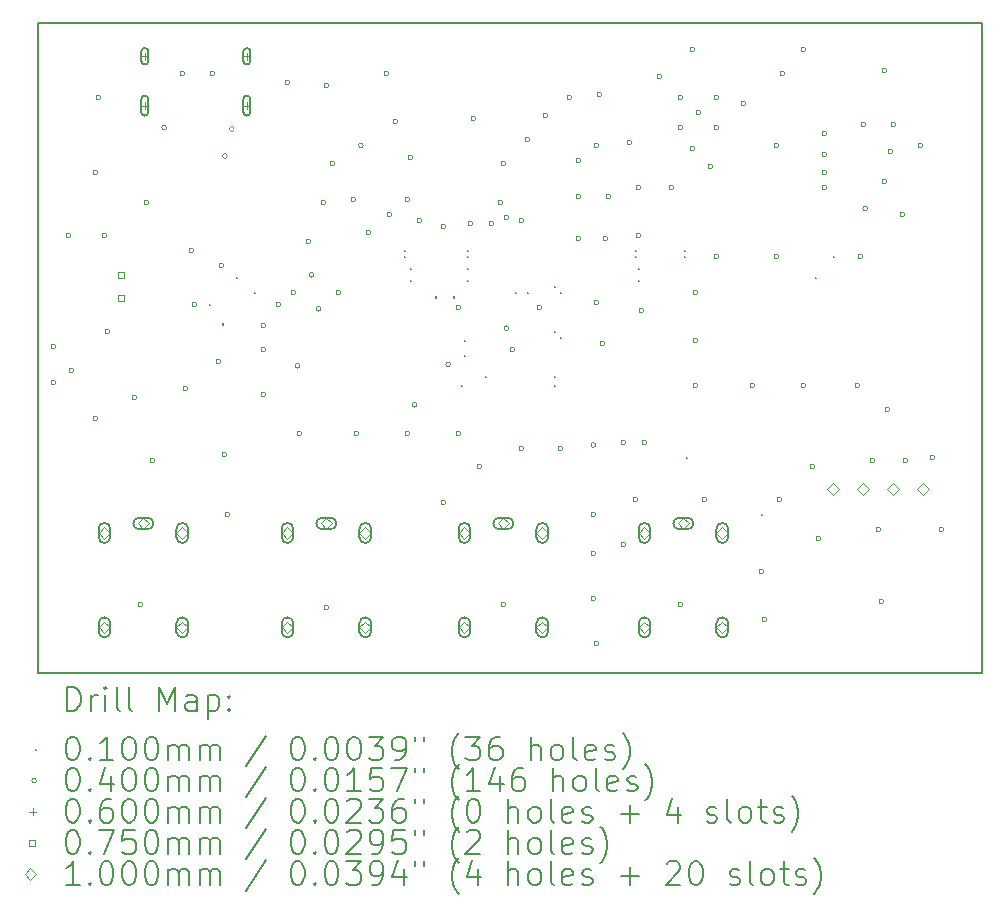
<source format=gbr>
%TF.GenerationSoftware,KiCad,Pcbnew,7.0.8*%
%TF.CreationDate,2023-12-05T20:53:18+01:00*%
%TF.ProjectId,HM_mainboard,484d5f6d-6169-46e6-926f-6172642e6b69,rev?*%
%TF.SameCoordinates,Original*%
%TF.FileFunction,Drillmap*%
%TF.FilePolarity,Positive*%
%FSLAX45Y45*%
G04 Gerber Fmt 4.5, Leading zero omitted, Abs format (unit mm)*
G04 Created by KiCad (PCBNEW 7.0.8) date 2023-12-05 20:53:18*
%MOMM*%
%LPD*%
G01*
G04 APERTURE LIST*
%ADD10C,0.200000*%
%ADD11C,0.010000*%
%ADD12C,0.040000*%
%ADD13C,0.060000*%
%ADD14C,0.075000*%
%ADD15C,0.100000*%
G04 APERTURE END LIST*
D10*
X11677000Y-7295000D02*
X19677000Y-7295000D01*
X19677000Y-12795000D01*
X11677000Y-12795000D01*
X11677000Y-7295000D01*
D11*
X13126800Y-9672400D02*
X13136800Y-9682400D01*
X13136800Y-9672400D02*
X13126800Y-9682400D01*
X13241100Y-9837500D02*
X13251100Y-9847500D01*
X13251100Y-9837500D02*
X13241100Y-9847500D01*
X13355400Y-9443800D02*
X13365400Y-9453800D01*
X13365400Y-9443800D02*
X13355400Y-9453800D01*
X13507800Y-9570800D02*
X13517800Y-9580800D01*
X13517800Y-9570800D02*
X13507800Y-9580800D01*
X14777800Y-9213100D02*
X14787800Y-9223100D01*
X14787800Y-9213100D02*
X14777800Y-9223100D01*
X14777800Y-9268100D02*
X14787800Y-9278100D01*
X14787800Y-9268100D02*
X14777800Y-9278100D01*
X14828600Y-9367600D02*
X14838600Y-9377600D01*
X14838600Y-9367600D02*
X14828600Y-9377600D01*
X14828600Y-9469200D02*
X14838600Y-9479200D01*
X14838600Y-9469200D02*
X14828600Y-9479200D01*
X15039420Y-9608500D02*
X15049420Y-9618500D01*
X15049420Y-9608500D02*
X15039420Y-9618500D01*
X15191820Y-9608500D02*
X15201820Y-9618500D01*
X15201820Y-9608500D02*
X15191820Y-9618500D01*
X15260400Y-10358200D02*
X15270400Y-10368200D01*
X15270400Y-10358200D02*
X15260400Y-10368200D01*
X15285800Y-9977200D02*
X15295800Y-9987200D01*
X15295800Y-9977200D02*
X15285800Y-9987200D01*
X15285800Y-10104200D02*
X15295800Y-10114200D01*
X15295800Y-10104200D02*
X15285800Y-10114200D01*
X15311200Y-9213100D02*
X15321200Y-9223100D01*
X15321200Y-9213100D02*
X15311200Y-9223100D01*
X15311200Y-9263100D02*
X15321200Y-9273100D01*
X15321200Y-9263100D02*
X15311200Y-9273100D01*
X15311200Y-9367600D02*
X15321200Y-9377600D01*
X15321200Y-9367600D02*
X15311200Y-9377600D01*
X15311200Y-9469200D02*
X15321200Y-9479200D01*
X15321200Y-9469200D02*
X15311200Y-9479200D01*
X15463600Y-10282000D02*
X15473600Y-10292000D01*
X15473600Y-10282000D02*
X15463600Y-10292000D01*
X15720950Y-9570800D02*
X15730950Y-9580800D01*
X15730950Y-9570800D02*
X15720950Y-9580800D01*
X15819200Y-9570800D02*
X15829200Y-9580800D01*
X15829200Y-9570800D02*
X15819200Y-9580800D01*
X16047800Y-9520000D02*
X16057800Y-9530000D01*
X16057800Y-9520000D02*
X16047800Y-9530000D01*
X16047800Y-9901000D02*
X16057800Y-9911000D01*
X16057800Y-9901000D02*
X16047800Y-9911000D01*
X16047800Y-10282000D02*
X16057800Y-10292000D01*
X16057800Y-10282000D02*
X16047800Y-10292000D01*
X16047800Y-10358200D02*
X16057800Y-10368200D01*
X16057800Y-10358200D02*
X16047800Y-10368200D01*
X16095947Y-9570800D02*
X16105947Y-9580800D01*
X16105947Y-9570800D02*
X16095947Y-9580800D01*
X16098600Y-9951800D02*
X16108600Y-9961800D01*
X16108600Y-9951800D02*
X16098600Y-9961800D01*
X16733600Y-9213100D02*
X16743600Y-9223100D01*
X16743600Y-9213100D02*
X16733600Y-9223100D01*
X16733600Y-9268100D02*
X16743600Y-9278100D01*
X16743600Y-9268100D02*
X16733600Y-9278100D01*
X16759000Y-9367600D02*
X16769000Y-9377600D01*
X16769000Y-9367600D02*
X16759000Y-9377600D01*
X16759000Y-9469200D02*
X16769000Y-9479200D01*
X16769000Y-9469200D02*
X16759000Y-9479200D01*
X17147500Y-9213100D02*
X17157500Y-9223100D01*
X17157500Y-9213100D02*
X17147500Y-9223100D01*
X17147500Y-9268100D02*
X17157500Y-9278100D01*
X17157500Y-9268100D02*
X17147500Y-9278100D01*
X17165400Y-10967800D02*
X17175400Y-10977800D01*
X17175400Y-10967800D02*
X17165400Y-10977800D01*
X17800400Y-11450400D02*
X17810400Y-11460400D01*
X17810400Y-11450400D02*
X17800400Y-11460400D01*
X18257600Y-9443800D02*
X18267600Y-9453800D01*
X18267600Y-9443800D02*
X18257600Y-9453800D01*
X18410000Y-9266000D02*
X18420000Y-9276000D01*
X18420000Y-9266000D02*
X18410000Y-9276000D01*
D12*
X11831000Y-10033000D02*
G75*
G03*
X11831000Y-10033000I-20000J0D01*
G01*
X11831000Y-10337800D02*
G75*
G03*
X11831000Y-10337800I-20000J0D01*
G01*
X11958000Y-9093200D02*
G75*
G03*
X11958000Y-9093200I-20000J0D01*
G01*
X11983400Y-10236200D02*
G75*
G03*
X11983400Y-10236200I-20000J0D01*
G01*
X12186600Y-8559800D02*
G75*
G03*
X12186600Y-8559800I-20000J0D01*
G01*
X12186600Y-10642600D02*
G75*
G03*
X12186600Y-10642600I-20000J0D01*
G01*
X12212000Y-7924800D02*
G75*
G03*
X12212000Y-7924800I-20000J0D01*
G01*
X12262800Y-9093200D02*
G75*
G03*
X12262800Y-9093200I-20000J0D01*
G01*
X12288200Y-9906000D02*
G75*
G03*
X12288200Y-9906000I-20000J0D01*
G01*
X12516800Y-10464800D02*
G75*
G03*
X12516800Y-10464800I-20000J0D01*
G01*
X12567600Y-12217400D02*
G75*
G03*
X12567600Y-12217400I-20000J0D01*
G01*
X12618400Y-8813800D02*
G75*
G03*
X12618400Y-8813800I-20000J0D01*
G01*
X12669200Y-10998200D02*
G75*
G03*
X12669200Y-10998200I-20000J0D01*
G01*
X12767750Y-8180991D02*
G75*
G03*
X12767750Y-8180991I-20000J0D01*
G01*
X12923200Y-7721600D02*
G75*
G03*
X12923200Y-7721600I-20000J0D01*
G01*
X12948600Y-10388600D02*
G75*
G03*
X12948600Y-10388600I-20000J0D01*
G01*
X12999400Y-9220200D02*
G75*
G03*
X12999400Y-9220200I-20000J0D01*
G01*
X13024800Y-9677400D02*
G75*
G03*
X13024800Y-9677400I-20000J0D01*
G01*
X13177200Y-7721600D02*
G75*
G03*
X13177200Y-7721600I-20000J0D01*
G01*
X13228000Y-10160000D02*
G75*
G03*
X13228000Y-10160000I-20000J0D01*
G01*
X13253400Y-9347200D02*
G75*
G03*
X13253400Y-9347200I-20000J0D01*
G01*
X13278800Y-10947400D02*
G75*
G03*
X13278800Y-10947400I-20000J0D01*
G01*
X13282550Y-8420530D02*
G75*
G03*
X13282550Y-8420530I-20000J0D01*
G01*
X13304200Y-11455400D02*
G75*
G03*
X13304200Y-11455400I-20000J0D01*
G01*
X13341596Y-8192204D02*
G75*
G03*
X13341596Y-8192204I-20000J0D01*
G01*
X13609000Y-9855200D02*
G75*
G03*
X13609000Y-9855200I-20000J0D01*
G01*
X13609000Y-10058400D02*
G75*
G03*
X13609000Y-10058400I-20000J0D01*
G01*
X13609000Y-10439400D02*
G75*
G03*
X13609000Y-10439400I-20000J0D01*
G01*
X13736000Y-9677400D02*
G75*
G03*
X13736000Y-9677400I-20000J0D01*
G01*
X13812200Y-7797800D02*
G75*
G03*
X13812200Y-7797800I-20000J0D01*
G01*
X13863000Y-9575800D02*
G75*
G03*
X13863000Y-9575800I-20000J0D01*
G01*
X13896020Y-10197700D02*
G75*
G03*
X13896020Y-10197700I-20000J0D01*
G01*
X13913800Y-10769600D02*
G75*
G03*
X13913800Y-10769600I-20000J0D01*
G01*
X13990000Y-9144000D02*
G75*
G03*
X13990000Y-9144000I-20000J0D01*
G01*
X14015400Y-9427150D02*
G75*
G03*
X14015400Y-9427150I-20000J0D01*
G01*
X14073820Y-9715100D02*
G75*
G03*
X14073820Y-9715100I-20000J0D01*
G01*
X14117000Y-8813800D02*
G75*
G03*
X14117000Y-8813800I-20000J0D01*
G01*
X14142400Y-7823200D02*
G75*
G03*
X14142400Y-7823200I-20000J0D01*
G01*
X14142400Y-12242800D02*
G75*
G03*
X14142400Y-12242800I-20000J0D01*
G01*
X14193200Y-8483600D02*
G75*
G03*
X14193200Y-8483600I-20000J0D01*
G01*
X14244000Y-9575800D02*
G75*
G03*
X14244000Y-9575800I-20000J0D01*
G01*
X14371000Y-8788400D02*
G75*
G03*
X14371000Y-8788400I-20000J0D01*
G01*
X14396400Y-10769600D02*
G75*
G03*
X14396400Y-10769600I-20000J0D01*
G01*
X14434800Y-8331200D02*
G75*
G03*
X14434800Y-8331200I-20000J0D01*
G01*
X14498000Y-9067800D02*
G75*
G03*
X14498000Y-9067800I-20000J0D01*
G01*
X14650400Y-7721600D02*
G75*
G03*
X14650400Y-7721600I-20000J0D01*
G01*
X14675800Y-8915400D02*
G75*
G03*
X14675800Y-8915400I-20000J0D01*
G01*
X14726600Y-8128000D02*
G75*
G03*
X14726600Y-8128000I-20000J0D01*
G01*
X14828200Y-8788400D02*
G75*
G03*
X14828200Y-8788400I-20000J0D01*
G01*
X14828200Y-10769600D02*
G75*
G03*
X14828200Y-10769600I-20000J0D01*
G01*
X14853600Y-8432800D02*
G75*
G03*
X14853600Y-8432800I-20000J0D01*
G01*
X14886620Y-10527900D02*
G75*
G03*
X14886620Y-10527900I-20000J0D01*
G01*
X14929800Y-8966200D02*
G75*
G03*
X14929800Y-8966200I-20000J0D01*
G01*
X15133000Y-9017000D02*
G75*
G03*
X15133000Y-9017000I-20000J0D01*
G01*
X15133000Y-11353800D02*
G75*
G03*
X15133000Y-11353800I-20000J0D01*
G01*
X15172300Y-10185400D02*
G75*
G03*
X15172300Y-10185400I-20000J0D01*
G01*
X15260000Y-9702800D02*
G75*
G03*
X15260000Y-9702800I-20000J0D01*
G01*
X15260000Y-10769600D02*
G75*
G03*
X15260000Y-10769600I-20000J0D01*
G01*
X15361600Y-8991600D02*
G75*
G03*
X15361600Y-8991600I-20000J0D01*
G01*
X15387000Y-8102600D02*
G75*
G03*
X15387000Y-8102600I-20000J0D01*
G01*
X15437800Y-11049000D02*
G75*
G03*
X15437800Y-11049000I-20000J0D01*
G01*
X15539400Y-8991600D02*
G75*
G03*
X15539400Y-8991600I-20000J0D01*
G01*
X15615600Y-8813800D02*
G75*
G03*
X15615600Y-8813800I-20000J0D01*
G01*
X15641000Y-8483600D02*
G75*
G03*
X15641000Y-8483600I-20000J0D01*
G01*
X15641000Y-12217400D02*
G75*
G03*
X15641000Y-12217400I-20000J0D01*
G01*
X15666400Y-8940800D02*
G75*
G03*
X15666400Y-8940800I-20000J0D01*
G01*
X15666400Y-9879138D02*
G75*
G03*
X15666400Y-9879138I-20000J0D01*
G01*
X15717200Y-10058400D02*
G75*
G03*
X15717200Y-10058400I-20000J0D01*
G01*
X15793400Y-8966200D02*
G75*
G03*
X15793400Y-8966200I-20000J0D01*
G01*
X15793400Y-10896600D02*
G75*
G03*
X15793400Y-10896600I-20000J0D01*
G01*
X15844200Y-8280400D02*
G75*
G03*
X15844200Y-8280400I-20000J0D01*
G01*
X15945800Y-9702800D02*
G75*
G03*
X15945800Y-9702800I-20000J0D01*
G01*
X15996600Y-8077200D02*
G75*
G03*
X15996600Y-8077200I-20000J0D01*
G01*
X16123600Y-10896600D02*
G75*
G03*
X16123600Y-10896600I-20000J0D01*
G01*
X16199800Y-7924800D02*
G75*
G03*
X16199800Y-7924800I-20000J0D01*
G01*
X16276000Y-8458200D02*
G75*
G03*
X16276000Y-8458200I-20000J0D01*
G01*
X16276000Y-8763000D02*
G75*
G03*
X16276000Y-8763000I-20000J0D01*
G01*
X16276000Y-9118600D02*
G75*
G03*
X16276000Y-9118600I-20000J0D01*
G01*
X16403000Y-10867450D02*
G75*
G03*
X16403000Y-10867450I-20000J0D01*
G01*
X16403000Y-11455400D02*
G75*
G03*
X16403000Y-11455400I-20000J0D01*
G01*
X16403000Y-11785600D02*
G75*
G03*
X16403000Y-11785600I-20000J0D01*
G01*
X16403000Y-12166600D02*
G75*
G03*
X16403000Y-12166600I-20000J0D01*
G01*
X16428400Y-8331200D02*
G75*
G03*
X16428400Y-8331200I-20000J0D01*
G01*
X16428400Y-9659739D02*
G75*
G03*
X16428400Y-9659739I-20000J0D01*
G01*
X16428400Y-12547600D02*
G75*
G03*
X16428400Y-12547600I-20000J0D01*
G01*
X16453800Y-7899400D02*
G75*
G03*
X16453800Y-7899400I-20000J0D01*
G01*
X16479200Y-10007600D02*
G75*
G03*
X16479200Y-10007600I-20000J0D01*
G01*
X16504600Y-9118600D02*
G75*
G03*
X16504600Y-9118600I-20000J0D01*
G01*
X16530000Y-8763000D02*
G75*
G03*
X16530000Y-8763000I-20000J0D01*
G01*
X16657000Y-10845800D02*
G75*
G03*
X16657000Y-10845800I-20000J0D01*
G01*
X16657000Y-11709400D02*
G75*
G03*
X16657000Y-11709400I-20000J0D01*
G01*
X16707800Y-8305800D02*
G75*
G03*
X16707800Y-8305800I-20000J0D01*
G01*
X16758600Y-11328400D02*
G75*
G03*
X16758600Y-11328400I-20000J0D01*
G01*
X16784000Y-8686800D02*
G75*
G03*
X16784000Y-8686800I-20000J0D01*
G01*
X16784000Y-9093200D02*
G75*
G03*
X16784000Y-9093200I-20000J0D01*
G01*
X16809400Y-9728200D02*
G75*
G03*
X16809400Y-9728200I-20000J0D01*
G01*
X16834800Y-10845800D02*
G75*
G03*
X16834800Y-10845800I-20000J0D01*
G01*
X16961800Y-7747000D02*
G75*
G03*
X16961800Y-7747000I-20000J0D01*
G01*
X17063400Y-8686800D02*
G75*
G03*
X17063400Y-8686800I-20000J0D01*
G01*
X17139600Y-7924800D02*
G75*
G03*
X17139600Y-7924800I-20000J0D01*
G01*
X17139600Y-8178800D02*
G75*
G03*
X17139600Y-8178800I-20000J0D01*
G01*
X17139600Y-12217400D02*
G75*
G03*
X17139600Y-12217400I-20000J0D01*
G01*
X17241200Y-7518400D02*
G75*
G03*
X17241200Y-7518400I-20000J0D01*
G01*
X17241200Y-8356600D02*
G75*
G03*
X17241200Y-8356600I-20000J0D01*
G01*
X17266600Y-9575800D02*
G75*
G03*
X17266600Y-9575800I-20000J0D01*
G01*
X17266600Y-9982200D02*
G75*
G03*
X17266600Y-9982200I-20000J0D01*
G01*
X17266600Y-10363200D02*
G75*
G03*
X17266600Y-10363200I-20000J0D01*
G01*
X17292000Y-8051800D02*
G75*
G03*
X17292000Y-8051800I-20000J0D01*
G01*
X17342800Y-11328400D02*
G75*
G03*
X17342800Y-11328400I-20000J0D01*
G01*
X17393600Y-8509000D02*
G75*
G03*
X17393600Y-8509000I-20000J0D01*
G01*
X17444400Y-7924800D02*
G75*
G03*
X17444400Y-7924800I-20000J0D01*
G01*
X17444400Y-8178800D02*
G75*
G03*
X17444400Y-8178800I-20000J0D01*
G01*
X17444400Y-9271000D02*
G75*
G03*
X17444400Y-9271000I-20000J0D01*
G01*
X17673000Y-7975600D02*
G75*
G03*
X17673000Y-7975600I-20000J0D01*
G01*
X17749200Y-10363200D02*
G75*
G03*
X17749200Y-10363200I-20000J0D01*
G01*
X17825400Y-11938000D02*
G75*
G03*
X17825400Y-11938000I-20000J0D01*
G01*
X17850800Y-12344400D02*
G75*
G03*
X17850800Y-12344400I-20000J0D01*
G01*
X17952400Y-8331200D02*
G75*
G03*
X17952400Y-8331200I-20000J0D01*
G01*
X17952400Y-9271000D02*
G75*
G03*
X17952400Y-9271000I-20000J0D01*
G01*
X17977800Y-11328400D02*
G75*
G03*
X17977800Y-11328400I-20000J0D01*
G01*
X18003200Y-7721600D02*
G75*
G03*
X18003200Y-7721600I-20000J0D01*
G01*
X18181000Y-7518400D02*
G75*
G03*
X18181000Y-7518400I-20000J0D01*
G01*
X18181000Y-10363200D02*
G75*
G03*
X18181000Y-10363200I-20000J0D01*
G01*
X18257200Y-11049000D02*
G75*
G03*
X18257200Y-11049000I-20000J0D01*
G01*
X18308000Y-11658600D02*
G75*
G03*
X18308000Y-11658600I-20000J0D01*
G01*
X18358800Y-8229600D02*
G75*
G03*
X18358800Y-8229600I-20000J0D01*
G01*
X18358800Y-8407400D02*
G75*
G03*
X18358800Y-8407400I-20000J0D01*
G01*
X18358800Y-8559800D02*
G75*
G03*
X18358800Y-8559800I-20000J0D01*
G01*
X18358800Y-8686800D02*
G75*
G03*
X18358800Y-8686800I-20000J0D01*
G01*
X18638200Y-10363200D02*
G75*
G03*
X18638200Y-10363200I-20000J0D01*
G01*
X18663600Y-9271000D02*
G75*
G03*
X18663600Y-9271000I-20000J0D01*
G01*
X18689000Y-8153400D02*
G75*
G03*
X18689000Y-8153400I-20000J0D01*
G01*
X18704000Y-8864600D02*
G75*
G03*
X18704000Y-8864600I-20000J0D01*
G01*
X18765200Y-10998200D02*
G75*
G03*
X18765200Y-10998200I-20000J0D01*
G01*
X18816000Y-11582400D02*
G75*
G03*
X18816000Y-11582400I-20000J0D01*
G01*
X18841400Y-12192000D02*
G75*
G03*
X18841400Y-12192000I-20000J0D01*
G01*
X18866800Y-7696200D02*
G75*
G03*
X18866800Y-7696200I-20000J0D01*
G01*
X18866800Y-8636000D02*
G75*
G03*
X18866800Y-8636000I-20000J0D01*
G01*
X18892200Y-10566400D02*
G75*
G03*
X18892200Y-10566400I-20000J0D01*
G01*
X18917600Y-8382000D02*
G75*
G03*
X18917600Y-8382000I-20000J0D01*
G01*
X18943000Y-8153400D02*
G75*
G03*
X18943000Y-8153400I-20000J0D01*
G01*
X19019200Y-8915400D02*
G75*
G03*
X19019200Y-8915400I-20000J0D01*
G01*
X19044600Y-10998200D02*
G75*
G03*
X19044600Y-10998200I-20000J0D01*
G01*
X19171600Y-8331200D02*
G75*
G03*
X19171600Y-8331200I-20000J0D01*
G01*
X19273200Y-10972800D02*
G75*
G03*
X19273200Y-10972800I-20000J0D01*
G01*
X19349400Y-11582400D02*
G75*
G03*
X19349400Y-11582400I-20000J0D01*
G01*
D13*
X12585500Y-7546000D02*
X12585500Y-7606000D01*
X12555500Y-7576000D02*
X12615500Y-7576000D01*
D10*
X12615500Y-7616000D02*
X12615500Y-7536000D01*
X12615500Y-7536000D02*
G75*
G03*
X12555500Y-7536000I-30000J0D01*
G01*
X12555500Y-7536000D02*
X12555500Y-7616000D01*
X12555500Y-7616000D02*
G75*
G03*
X12615500Y-7616000I30000J0D01*
G01*
D13*
X12585500Y-7964000D02*
X12585500Y-8024000D01*
X12555500Y-7994000D02*
X12615500Y-7994000D01*
D10*
X12615500Y-8049000D02*
X12615500Y-7939000D01*
X12615500Y-7939000D02*
G75*
G03*
X12555500Y-7939000I-30000J0D01*
G01*
X12555500Y-7939000D02*
X12555500Y-8049000D01*
X12555500Y-8049000D02*
G75*
G03*
X12615500Y-8049000I30000J0D01*
G01*
D13*
X13449500Y-7546000D02*
X13449500Y-7606000D01*
X13419500Y-7576000D02*
X13479500Y-7576000D01*
D10*
X13479500Y-7616000D02*
X13479500Y-7536000D01*
X13479500Y-7536000D02*
G75*
G03*
X13419500Y-7536000I-30000J0D01*
G01*
X13419500Y-7536000D02*
X13419500Y-7616000D01*
X13419500Y-7616000D02*
G75*
G03*
X13479500Y-7616000I30000J0D01*
G01*
D13*
X13449500Y-7964000D02*
X13449500Y-8024000D01*
X13419500Y-7994000D02*
X13479500Y-7994000D01*
D10*
X13479500Y-8049000D02*
X13479500Y-7939000D01*
X13479500Y-7939000D02*
G75*
G03*
X13419500Y-7939000I-30000J0D01*
G01*
X13419500Y-7939000D02*
X13419500Y-8049000D01*
X13419500Y-8049000D02*
G75*
G03*
X13479500Y-8049000I30000J0D01*
G01*
D14*
X12412717Y-9451517D02*
X12412717Y-9398483D01*
X12359683Y-9398483D01*
X12359683Y-9451517D01*
X12412717Y-9451517D01*
X12412717Y-9651517D02*
X12412717Y-9598483D01*
X12359683Y-9598483D01*
X12359683Y-9651517D01*
X12412717Y-9651517D01*
D15*
X12243000Y-11661800D02*
X12293000Y-11611800D01*
X12243000Y-11561800D01*
X12193000Y-11611800D01*
X12243000Y-11661800D01*
D10*
X12293000Y-11646800D02*
X12293000Y-11576800D01*
X12293000Y-11576800D02*
G75*
G03*
X12193000Y-11576800I-50000J0D01*
G01*
X12193000Y-11576800D02*
X12193000Y-11646800D01*
X12193000Y-11646800D02*
G75*
G03*
X12293000Y-11646800I50000J0D01*
G01*
D15*
X12243000Y-12461800D02*
X12293000Y-12411800D01*
X12243000Y-12361800D01*
X12193000Y-12411800D01*
X12243000Y-12461800D01*
D10*
X12293000Y-12446800D02*
X12293000Y-12376800D01*
X12293000Y-12376800D02*
G75*
G03*
X12193000Y-12376800I-50000J0D01*
G01*
X12193000Y-12376800D02*
X12193000Y-12446800D01*
X12193000Y-12446800D02*
G75*
G03*
X12293000Y-12446800I50000J0D01*
G01*
D15*
X12573000Y-11581800D02*
X12623000Y-11531800D01*
X12573000Y-11481800D01*
X12523000Y-11531800D01*
X12573000Y-11581800D01*
D10*
X12608000Y-11481800D02*
X12538000Y-11481800D01*
X12538000Y-11481800D02*
G75*
G03*
X12538000Y-11581800I0J-50000D01*
G01*
X12538000Y-11581800D02*
X12608000Y-11581800D01*
X12608000Y-11581800D02*
G75*
G03*
X12608000Y-11481800I0J50000D01*
G01*
D15*
X12903000Y-11661800D02*
X12953000Y-11611800D01*
X12903000Y-11561800D01*
X12853000Y-11611800D01*
X12903000Y-11661800D01*
D10*
X12953000Y-11646800D02*
X12953000Y-11576800D01*
X12953000Y-11576800D02*
G75*
G03*
X12853000Y-11576800I-50000J0D01*
G01*
X12853000Y-11576800D02*
X12853000Y-11646800D01*
X12853000Y-11646800D02*
G75*
G03*
X12953000Y-11646800I50000J0D01*
G01*
D15*
X12903000Y-12461800D02*
X12953000Y-12411800D01*
X12903000Y-12361800D01*
X12853000Y-12411800D01*
X12903000Y-12461800D01*
D10*
X12953000Y-12446800D02*
X12953000Y-12376800D01*
X12953000Y-12376800D02*
G75*
G03*
X12853000Y-12376800I-50000J0D01*
G01*
X12853000Y-12376800D02*
X12853000Y-12446800D01*
X12853000Y-12446800D02*
G75*
G03*
X12953000Y-12446800I50000J0D01*
G01*
D15*
X13792400Y-11661800D02*
X13842400Y-11611800D01*
X13792400Y-11561800D01*
X13742400Y-11611800D01*
X13792400Y-11661800D01*
D10*
X13842400Y-11646800D02*
X13842400Y-11576800D01*
X13842400Y-11576800D02*
G75*
G03*
X13742400Y-11576800I-50000J0D01*
G01*
X13742400Y-11576800D02*
X13742400Y-11646800D01*
X13742400Y-11646800D02*
G75*
G03*
X13842400Y-11646800I50000J0D01*
G01*
D15*
X13792400Y-12461800D02*
X13842400Y-12411800D01*
X13792400Y-12361800D01*
X13742400Y-12411800D01*
X13792400Y-12461800D01*
D10*
X13842400Y-12446800D02*
X13842400Y-12376800D01*
X13842400Y-12376800D02*
G75*
G03*
X13742400Y-12376800I-50000J0D01*
G01*
X13742400Y-12376800D02*
X13742400Y-12446800D01*
X13742400Y-12446800D02*
G75*
G03*
X13842400Y-12446800I50000J0D01*
G01*
D15*
X14122400Y-11581800D02*
X14172400Y-11531800D01*
X14122400Y-11481800D01*
X14072400Y-11531800D01*
X14122400Y-11581800D01*
D10*
X14157400Y-11481800D02*
X14087400Y-11481800D01*
X14087400Y-11481800D02*
G75*
G03*
X14087400Y-11581800I0J-50000D01*
G01*
X14087400Y-11581800D02*
X14157400Y-11581800D01*
X14157400Y-11581800D02*
G75*
G03*
X14157400Y-11481800I0J50000D01*
G01*
D15*
X14452400Y-11661800D02*
X14502400Y-11611800D01*
X14452400Y-11561800D01*
X14402400Y-11611800D01*
X14452400Y-11661800D01*
D10*
X14502400Y-11646800D02*
X14502400Y-11576800D01*
X14502400Y-11576800D02*
G75*
G03*
X14402400Y-11576800I-50000J0D01*
G01*
X14402400Y-11576800D02*
X14402400Y-11646800D01*
X14402400Y-11646800D02*
G75*
G03*
X14502400Y-11646800I50000J0D01*
G01*
D15*
X14452400Y-12461800D02*
X14502400Y-12411800D01*
X14452400Y-12361800D01*
X14402400Y-12411800D01*
X14452400Y-12461800D01*
D10*
X14502400Y-12446800D02*
X14502400Y-12376800D01*
X14502400Y-12376800D02*
G75*
G03*
X14402400Y-12376800I-50000J0D01*
G01*
X14402400Y-12376800D02*
X14402400Y-12446800D01*
X14402400Y-12446800D02*
G75*
G03*
X14502400Y-12446800I50000J0D01*
G01*
D15*
X15291000Y-11661800D02*
X15341000Y-11611800D01*
X15291000Y-11561800D01*
X15241000Y-11611800D01*
X15291000Y-11661800D01*
D10*
X15341000Y-11646800D02*
X15341000Y-11576800D01*
X15341000Y-11576800D02*
G75*
G03*
X15241000Y-11576800I-50000J0D01*
G01*
X15241000Y-11576800D02*
X15241000Y-11646800D01*
X15241000Y-11646800D02*
G75*
G03*
X15341000Y-11646800I50000J0D01*
G01*
D15*
X15291000Y-12461800D02*
X15341000Y-12411800D01*
X15291000Y-12361800D01*
X15241000Y-12411800D01*
X15291000Y-12461800D01*
D10*
X15341000Y-12446800D02*
X15341000Y-12376800D01*
X15341000Y-12376800D02*
G75*
G03*
X15241000Y-12376800I-50000J0D01*
G01*
X15241000Y-12376800D02*
X15241000Y-12446800D01*
X15241000Y-12446800D02*
G75*
G03*
X15341000Y-12446800I50000J0D01*
G01*
D15*
X15621000Y-11581800D02*
X15671000Y-11531800D01*
X15621000Y-11481800D01*
X15571000Y-11531800D01*
X15621000Y-11581800D01*
D10*
X15656000Y-11481800D02*
X15586000Y-11481800D01*
X15586000Y-11481800D02*
G75*
G03*
X15586000Y-11581800I0J-50000D01*
G01*
X15586000Y-11581800D02*
X15656000Y-11581800D01*
X15656000Y-11581800D02*
G75*
G03*
X15656000Y-11481800I0J50000D01*
G01*
D15*
X15951000Y-11661800D02*
X16001000Y-11611800D01*
X15951000Y-11561800D01*
X15901000Y-11611800D01*
X15951000Y-11661800D01*
D10*
X16001000Y-11646800D02*
X16001000Y-11576800D01*
X16001000Y-11576800D02*
G75*
G03*
X15901000Y-11576800I-50000J0D01*
G01*
X15901000Y-11576800D02*
X15901000Y-11646800D01*
X15901000Y-11646800D02*
G75*
G03*
X16001000Y-11646800I50000J0D01*
G01*
D15*
X15951000Y-12461800D02*
X16001000Y-12411800D01*
X15951000Y-12361800D01*
X15901000Y-12411800D01*
X15951000Y-12461800D01*
D10*
X16001000Y-12446800D02*
X16001000Y-12376800D01*
X16001000Y-12376800D02*
G75*
G03*
X15901000Y-12376800I-50000J0D01*
G01*
X15901000Y-12376800D02*
X15901000Y-12446800D01*
X15901000Y-12446800D02*
G75*
G03*
X16001000Y-12446800I50000J0D01*
G01*
D15*
X16815000Y-11661800D02*
X16865000Y-11611800D01*
X16815000Y-11561800D01*
X16765000Y-11611800D01*
X16815000Y-11661800D01*
D10*
X16865000Y-11646800D02*
X16865000Y-11576800D01*
X16865000Y-11576800D02*
G75*
G03*
X16765000Y-11576800I-50000J0D01*
G01*
X16765000Y-11576800D02*
X16765000Y-11646800D01*
X16765000Y-11646800D02*
G75*
G03*
X16865000Y-11646800I50000J0D01*
G01*
D15*
X16815000Y-12461800D02*
X16865000Y-12411800D01*
X16815000Y-12361800D01*
X16765000Y-12411800D01*
X16815000Y-12461800D01*
D10*
X16865000Y-12446800D02*
X16865000Y-12376800D01*
X16865000Y-12376800D02*
G75*
G03*
X16765000Y-12376800I-50000J0D01*
G01*
X16765000Y-12376800D02*
X16765000Y-12446800D01*
X16765000Y-12446800D02*
G75*
G03*
X16865000Y-12446800I50000J0D01*
G01*
D15*
X17145000Y-11581800D02*
X17195000Y-11531800D01*
X17145000Y-11481800D01*
X17095000Y-11531800D01*
X17145000Y-11581800D01*
D10*
X17180000Y-11481800D02*
X17110000Y-11481800D01*
X17110000Y-11481800D02*
G75*
G03*
X17110000Y-11581800I0J-50000D01*
G01*
X17110000Y-11581800D02*
X17180000Y-11581800D01*
X17180000Y-11581800D02*
G75*
G03*
X17180000Y-11481800I0J50000D01*
G01*
D15*
X17475000Y-11661800D02*
X17525000Y-11611800D01*
X17475000Y-11561800D01*
X17425000Y-11611800D01*
X17475000Y-11661800D01*
D10*
X17525000Y-11646800D02*
X17525000Y-11576800D01*
X17525000Y-11576800D02*
G75*
G03*
X17425000Y-11576800I-50000J0D01*
G01*
X17425000Y-11576800D02*
X17425000Y-11646800D01*
X17425000Y-11646800D02*
G75*
G03*
X17525000Y-11646800I50000J0D01*
G01*
D15*
X17475000Y-12461800D02*
X17525000Y-12411800D01*
X17475000Y-12361800D01*
X17425000Y-12411800D01*
X17475000Y-12461800D01*
D10*
X17525000Y-12446800D02*
X17525000Y-12376800D01*
X17525000Y-12376800D02*
G75*
G03*
X17425000Y-12376800I-50000J0D01*
G01*
X17425000Y-12376800D02*
X17425000Y-12446800D01*
X17425000Y-12446800D02*
G75*
G03*
X17525000Y-12446800I50000J0D01*
G01*
D15*
X18414000Y-11289500D02*
X18464000Y-11239500D01*
X18414000Y-11189500D01*
X18364000Y-11239500D01*
X18414000Y-11289500D01*
X18668000Y-11289500D02*
X18718000Y-11239500D01*
X18668000Y-11189500D01*
X18618000Y-11239500D01*
X18668000Y-11289500D01*
X18922000Y-11289500D02*
X18972000Y-11239500D01*
X18922000Y-11189500D01*
X18872000Y-11239500D01*
X18922000Y-11289500D01*
X19176000Y-11289500D02*
X19226000Y-11239500D01*
X19176000Y-11189500D01*
X19126000Y-11239500D01*
X19176000Y-11289500D01*
D10*
X11927777Y-13116484D02*
X11927777Y-12916484D01*
X11927777Y-12916484D02*
X11975396Y-12916484D01*
X11975396Y-12916484D02*
X12003967Y-12926008D01*
X12003967Y-12926008D02*
X12023015Y-12945055D01*
X12023015Y-12945055D02*
X12032539Y-12964103D01*
X12032539Y-12964103D02*
X12042062Y-13002198D01*
X12042062Y-13002198D02*
X12042062Y-13030769D01*
X12042062Y-13030769D02*
X12032539Y-13068865D01*
X12032539Y-13068865D02*
X12023015Y-13087912D01*
X12023015Y-13087912D02*
X12003967Y-13106960D01*
X12003967Y-13106960D02*
X11975396Y-13116484D01*
X11975396Y-13116484D02*
X11927777Y-13116484D01*
X12127777Y-13116484D02*
X12127777Y-12983150D01*
X12127777Y-13021246D02*
X12137301Y-13002198D01*
X12137301Y-13002198D02*
X12146824Y-12992674D01*
X12146824Y-12992674D02*
X12165872Y-12983150D01*
X12165872Y-12983150D02*
X12184920Y-12983150D01*
X12251586Y-13116484D02*
X12251586Y-12983150D01*
X12251586Y-12916484D02*
X12242062Y-12926008D01*
X12242062Y-12926008D02*
X12251586Y-12935531D01*
X12251586Y-12935531D02*
X12261110Y-12926008D01*
X12261110Y-12926008D02*
X12251586Y-12916484D01*
X12251586Y-12916484D02*
X12251586Y-12935531D01*
X12375396Y-13116484D02*
X12356348Y-13106960D01*
X12356348Y-13106960D02*
X12346824Y-13087912D01*
X12346824Y-13087912D02*
X12346824Y-12916484D01*
X12480158Y-13116484D02*
X12461110Y-13106960D01*
X12461110Y-13106960D02*
X12451586Y-13087912D01*
X12451586Y-13087912D02*
X12451586Y-12916484D01*
X12708729Y-13116484D02*
X12708729Y-12916484D01*
X12708729Y-12916484D02*
X12775396Y-13059341D01*
X12775396Y-13059341D02*
X12842062Y-12916484D01*
X12842062Y-12916484D02*
X12842062Y-13116484D01*
X13023015Y-13116484D02*
X13023015Y-13011722D01*
X13023015Y-13011722D02*
X13013491Y-12992674D01*
X13013491Y-12992674D02*
X12994443Y-12983150D01*
X12994443Y-12983150D02*
X12956348Y-12983150D01*
X12956348Y-12983150D02*
X12937301Y-12992674D01*
X13023015Y-13106960D02*
X13003967Y-13116484D01*
X13003967Y-13116484D02*
X12956348Y-13116484D01*
X12956348Y-13116484D02*
X12937301Y-13106960D01*
X12937301Y-13106960D02*
X12927777Y-13087912D01*
X12927777Y-13087912D02*
X12927777Y-13068865D01*
X12927777Y-13068865D02*
X12937301Y-13049817D01*
X12937301Y-13049817D02*
X12956348Y-13040293D01*
X12956348Y-13040293D02*
X13003967Y-13040293D01*
X13003967Y-13040293D02*
X13023015Y-13030769D01*
X13118253Y-12983150D02*
X13118253Y-13183150D01*
X13118253Y-12992674D02*
X13137301Y-12983150D01*
X13137301Y-12983150D02*
X13175396Y-12983150D01*
X13175396Y-12983150D02*
X13194443Y-12992674D01*
X13194443Y-12992674D02*
X13203967Y-13002198D01*
X13203967Y-13002198D02*
X13213491Y-13021246D01*
X13213491Y-13021246D02*
X13213491Y-13078388D01*
X13213491Y-13078388D02*
X13203967Y-13097436D01*
X13203967Y-13097436D02*
X13194443Y-13106960D01*
X13194443Y-13106960D02*
X13175396Y-13116484D01*
X13175396Y-13116484D02*
X13137301Y-13116484D01*
X13137301Y-13116484D02*
X13118253Y-13106960D01*
X13299205Y-13097436D02*
X13308729Y-13106960D01*
X13308729Y-13106960D02*
X13299205Y-13116484D01*
X13299205Y-13116484D02*
X13289682Y-13106960D01*
X13289682Y-13106960D02*
X13299205Y-13097436D01*
X13299205Y-13097436D02*
X13299205Y-13116484D01*
X13299205Y-12992674D02*
X13308729Y-13002198D01*
X13308729Y-13002198D02*
X13299205Y-13011722D01*
X13299205Y-13011722D02*
X13289682Y-13002198D01*
X13289682Y-13002198D02*
X13299205Y-12992674D01*
X13299205Y-12992674D02*
X13299205Y-13011722D01*
D11*
X11657000Y-13440000D02*
X11667000Y-13450000D01*
X11667000Y-13440000D02*
X11657000Y-13450000D01*
D10*
X11965872Y-13336484D02*
X11984920Y-13336484D01*
X11984920Y-13336484D02*
X12003967Y-13346008D01*
X12003967Y-13346008D02*
X12013491Y-13355531D01*
X12013491Y-13355531D02*
X12023015Y-13374579D01*
X12023015Y-13374579D02*
X12032539Y-13412674D01*
X12032539Y-13412674D02*
X12032539Y-13460293D01*
X12032539Y-13460293D02*
X12023015Y-13498388D01*
X12023015Y-13498388D02*
X12013491Y-13517436D01*
X12013491Y-13517436D02*
X12003967Y-13526960D01*
X12003967Y-13526960D02*
X11984920Y-13536484D01*
X11984920Y-13536484D02*
X11965872Y-13536484D01*
X11965872Y-13536484D02*
X11946824Y-13526960D01*
X11946824Y-13526960D02*
X11937301Y-13517436D01*
X11937301Y-13517436D02*
X11927777Y-13498388D01*
X11927777Y-13498388D02*
X11918253Y-13460293D01*
X11918253Y-13460293D02*
X11918253Y-13412674D01*
X11918253Y-13412674D02*
X11927777Y-13374579D01*
X11927777Y-13374579D02*
X11937301Y-13355531D01*
X11937301Y-13355531D02*
X11946824Y-13346008D01*
X11946824Y-13346008D02*
X11965872Y-13336484D01*
X12118253Y-13517436D02*
X12127777Y-13526960D01*
X12127777Y-13526960D02*
X12118253Y-13536484D01*
X12118253Y-13536484D02*
X12108729Y-13526960D01*
X12108729Y-13526960D02*
X12118253Y-13517436D01*
X12118253Y-13517436D02*
X12118253Y-13536484D01*
X12318253Y-13536484D02*
X12203967Y-13536484D01*
X12261110Y-13536484D02*
X12261110Y-13336484D01*
X12261110Y-13336484D02*
X12242062Y-13365055D01*
X12242062Y-13365055D02*
X12223015Y-13384103D01*
X12223015Y-13384103D02*
X12203967Y-13393627D01*
X12442062Y-13336484D02*
X12461110Y-13336484D01*
X12461110Y-13336484D02*
X12480158Y-13346008D01*
X12480158Y-13346008D02*
X12489682Y-13355531D01*
X12489682Y-13355531D02*
X12499205Y-13374579D01*
X12499205Y-13374579D02*
X12508729Y-13412674D01*
X12508729Y-13412674D02*
X12508729Y-13460293D01*
X12508729Y-13460293D02*
X12499205Y-13498388D01*
X12499205Y-13498388D02*
X12489682Y-13517436D01*
X12489682Y-13517436D02*
X12480158Y-13526960D01*
X12480158Y-13526960D02*
X12461110Y-13536484D01*
X12461110Y-13536484D02*
X12442062Y-13536484D01*
X12442062Y-13536484D02*
X12423015Y-13526960D01*
X12423015Y-13526960D02*
X12413491Y-13517436D01*
X12413491Y-13517436D02*
X12403967Y-13498388D01*
X12403967Y-13498388D02*
X12394443Y-13460293D01*
X12394443Y-13460293D02*
X12394443Y-13412674D01*
X12394443Y-13412674D02*
X12403967Y-13374579D01*
X12403967Y-13374579D02*
X12413491Y-13355531D01*
X12413491Y-13355531D02*
X12423015Y-13346008D01*
X12423015Y-13346008D02*
X12442062Y-13336484D01*
X12632539Y-13336484D02*
X12651586Y-13336484D01*
X12651586Y-13336484D02*
X12670634Y-13346008D01*
X12670634Y-13346008D02*
X12680158Y-13355531D01*
X12680158Y-13355531D02*
X12689682Y-13374579D01*
X12689682Y-13374579D02*
X12699205Y-13412674D01*
X12699205Y-13412674D02*
X12699205Y-13460293D01*
X12699205Y-13460293D02*
X12689682Y-13498388D01*
X12689682Y-13498388D02*
X12680158Y-13517436D01*
X12680158Y-13517436D02*
X12670634Y-13526960D01*
X12670634Y-13526960D02*
X12651586Y-13536484D01*
X12651586Y-13536484D02*
X12632539Y-13536484D01*
X12632539Y-13536484D02*
X12613491Y-13526960D01*
X12613491Y-13526960D02*
X12603967Y-13517436D01*
X12603967Y-13517436D02*
X12594443Y-13498388D01*
X12594443Y-13498388D02*
X12584920Y-13460293D01*
X12584920Y-13460293D02*
X12584920Y-13412674D01*
X12584920Y-13412674D02*
X12594443Y-13374579D01*
X12594443Y-13374579D02*
X12603967Y-13355531D01*
X12603967Y-13355531D02*
X12613491Y-13346008D01*
X12613491Y-13346008D02*
X12632539Y-13336484D01*
X12784920Y-13536484D02*
X12784920Y-13403150D01*
X12784920Y-13422198D02*
X12794443Y-13412674D01*
X12794443Y-13412674D02*
X12813491Y-13403150D01*
X12813491Y-13403150D02*
X12842063Y-13403150D01*
X12842063Y-13403150D02*
X12861110Y-13412674D01*
X12861110Y-13412674D02*
X12870634Y-13431722D01*
X12870634Y-13431722D02*
X12870634Y-13536484D01*
X12870634Y-13431722D02*
X12880158Y-13412674D01*
X12880158Y-13412674D02*
X12899205Y-13403150D01*
X12899205Y-13403150D02*
X12927777Y-13403150D01*
X12927777Y-13403150D02*
X12946824Y-13412674D01*
X12946824Y-13412674D02*
X12956348Y-13431722D01*
X12956348Y-13431722D02*
X12956348Y-13536484D01*
X13051586Y-13536484D02*
X13051586Y-13403150D01*
X13051586Y-13422198D02*
X13061110Y-13412674D01*
X13061110Y-13412674D02*
X13080158Y-13403150D01*
X13080158Y-13403150D02*
X13108729Y-13403150D01*
X13108729Y-13403150D02*
X13127777Y-13412674D01*
X13127777Y-13412674D02*
X13137301Y-13431722D01*
X13137301Y-13431722D02*
X13137301Y-13536484D01*
X13137301Y-13431722D02*
X13146824Y-13412674D01*
X13146824Y-13412674D02*
X13165872Y-13403150D01*
X13165872Y-13403150D02*
X13194443Y-13403150D01*
X13194443Y-13403150D02*
X13213491Y-13412674D01*
X13213491Y-13412674D02*
X13223015Y-13431722D01*
X13223015Y-13431722D02*
X13223015Y-13536484D01*
X13613491Y-13326960D02*
X13442063Y-13584103D01*
X13870634Y-13336484D02*
X13889682Y-13336484D01*
X13889682Y-13336484D02*
X13908729Y-13346008D01*
X13908729Y-13346008D02*
X13918253Y-13355531D01*
X13918253Y-13355531D02*
X13927777Y-13374579D01*
X13927777Y-13374579D02*
X13937301Y-13412674D01*
X13937301Y-13412674D02*
X13937301Y-13460293D01*
X13937301Y-13460293D02*
X13927777Y-13498388D01*
X13927777Y-13498388D02*
X13918253Y-13517436D01*
X13918253Y-13517436D02*
X13908729Y-13526960D01*
X13908729Y-13526960D02*
X13889682Y-13536484D01*
X13889682Y-13536484D02*
X13870634Y-13536484D01*
X13870634Y-13536484D02*
X13851586Y-13526960D01*
X13851586Y-13526960D02*
X13842063Y-13517436D01*
X13842063Y-13517436D02*
X13832539Y-13498388D01*
X13832539Y-13498388D02*
X13823015Y-13460293D01*
X13823015Y-13460293D02*
X13823015Y-13412674D01*
X13823015Y-13412674D02*
X13832539Y-13374579D01*
X13832539Y-13374579D02*
X13842063Y-13355531D01*
X13842063Y-13355531D02*
X13851586Y-13346008D01*
X13851586Y-13346008D02*
X13870634Y-13336484D01*
X14023015Y-13517436D02*
X14032539Y-13526960D01*
X14032539Y-13526960D02*
X14023015Y-13536484D01*
X14023015Y-13536484D02*
X14013491Y-13526960D01*
X14013491Y-13526960D02*
X14023015Y-13517436D01*
X14023015Y-13517436D02*
X14023015Y-13536484D01*
X14156348Y-13336484D02*
X14175396Y-13336484D01*
X14175396Y-13336484D02*
X14194444Y-13346008D01*
X14194444Y-13346008D02*
X14203967Y-13355531D01*
X14203967Y-13355531D02*
X14213491Y-13374579D01*
X14213491Y-13374579D02*
X14223015Y-13412674D01*
X14223015Y-13412674D02*
X14223015Y-13460293D01*
X14223015Y-13460293D02*
X14213491Y-13498388D01*
X14213491Y-13498388D02*
X14203967Y-13517436D01*
X14203967Y-13517436D02*
X14194444Y-13526960D01*
X14194444Y-13526960D02*
X14175396Y-13536484D01*
X14175396Y-13536484D02*
X14156348Y-13536484D01*
X14156348Y-13536484D02*
X14137301Y-13526960D01*
X14137301Y-13526960D02*
X14127777Y-13517436D01*
X14127777Y-13517436D02*
X14118253Y-13498388D01*
X14118253Y-13498388D02*
X14108729Y-13460293D01*
X14108729Y-13460293D02*
X14108729Y-13412674D01*
X14108729Y-13412674D02*
X14118253Y-13374579D01*
X14118253Y-13374579D02*
X14127777Y-13355531D01*
X14127777Y-13355531D02*
X14137301Y-13346008D01*
X14137301Y-13346008D02*
X14156348Y-13336484D01*
X14346825Y-13336484D02*
X14365872Y-13336484D01*
X14365872Y-13336484D02*
X14384920Y-13346008D01*
X14384920Y-13346008D02*
X14394444Y-13355531D01*
X14394444Y-13355531D02*
X14403967Y-13374579D01*
X14403967Y-13374579D02*
X14413491Y-13412674D01*
X14413491Y-13412674D02*
X14413491Y-13460293D01*
X14413491Y-13460293D02*
X14403967Y-13498388D01*
X14403967Y-13498388D02*
X14394444Y-13517436D01*
X14394444Y-13517436D02*
X14384920Y-13526960D01*
X14384920Y-13526960D02*
X14365872Y-13536484D01*
X14365872Y-13536484D02*
X14346825Y-13536484D01*
X14346825Y-13536484D02*
X14327777Y-13526960D01*
X14327777Y-13526960D02*
X14318253Y-13517436D01*
X14318253Y-13517436D02*
X14308729Y-13498388D01*
X14308729Y-13498388D02*
X14299206Y-13460293D01*
X14299206Y-13460293D02*
X14299206Y-13412674D01*
X14299206Y-13412674D02*
X14308729Y-13374579D01*
X14308729Y-13374579D02*
X14318253Y-13355531D01*
X14318253Y-13355531D02*
X14327777Y-13346008D01*
X14327777Y-13346008D02*
X14346825Y-13336484D01*
X14480158Y-13336484D02*
X14603967Y-13336484D01*
X14603967Y-13336484D02*
X14537301Y-13412674D01*
X14537301Y-13412674D02*
X14565872Y-13412674D01*
X14565872Y-13412674D02*
X14584920Y-13422198D01*
X14584920Y-13422198D02*
X14594444Y-13431722D01*
X14594444Y-13431722D02*
X14603967Y-13450769D01*
X14603967Y-13450769D02*
X14603967Y-13498388D01*
X14603967Y-13498388D02*
X14594444Y-13517436D01*
X14594444Y-13517436D02*
X14584920Y-13526960D01*
X14584920Y-13526960D02*
X14565872Y-13536484D01*
X14565872Y-13536484D02*
X14508729Y-13536484D01*
X14508729Y-13536484D02*
X14489682Y-13526960D01*
X14489682Y-13526960D02*
X14480158Y-13517436D01*
X14699206Y-13536484D02*
X14737301Y-13536484D01*
X14737301Y-13536484D02*
X14756348Y-13526960D01*
X14756348Y-13526960D02*
X14765872Y-13517436D01*
X14765872Y-13517436D02*
X14784920Y-13488865D01*
X14784920Y-13488865D02*
X14794444Y-13450769D01*
X14794444Y-13450769D02*
X14794444Y-13374579D01*
X14794444Y-13374579D02*
X14784920Y-13355531D01*
X14784920Y-13355531D02*
X14775396Y-13346008D01*
X14775396Y-13346008D02*
X14756348Y-13336484D01*
X14756348Y-13336484D02*
X14718253Y-13336484D01*
X14718253Y-13336484D02*
X14699206Y-13346008D01*
X14699206Y-13346008D02*
X14689682Y-13355531D01*
X14689682Y-13355531D02*
X14680158Y-13374579D01*
X14680158Y-13374579D02*
X14680158Y-13422198D01*
X14680158Y-13422198D02*
X14689682Y-13441246D01*
X14689682Y-13441246D02*
X14699206Y-13450769D01*
X14699206Y-13450769D02*
X14718253Y-13460293D01*
X14718253Y-13460293D02*
X14756348Y-13460293D01*
X14756348Y-13460293D02*
X14775396Y-13450769D01*
X14775396Y-13450769D02*
X14784920Y-13441246D01*
X14784920Y-13441246D02*
X14794444Y-13422198D01*
X14870634Y-13336484D02*
X14870634Y-13374579D01*
X14946825Y-13336484D02*
X14946825Y-13374579D01*
X15242063Y-13612674D02*
X15232539Y-13603150D01*
X15232539Y-13603150D02*
X15213491Y-13574579D01*
X15213491Y-13574579D02*
X15203968Y-13555531D01*
X15203968Y-13555531D02*
X15194444Y-13526960D01*
X15194444Y-13526960D02*
X15184920Y-13479341D01*
X15184920Y-13479341D02*
X15184920Y-13441246D01*
X15184920Y-13441246D02*
X15194444Y-13393627D01*
X15194444Y-13393627D02*
X15203968Y-13365055D01*
X15203968Y-13365055D02*
X15213491Y-13346008D01*
X15213491Y-13346008D02*
X15232539Y-13317436D01*
X15232539Y-13317436D02*
X15242063Y-13307912D01*
X15299206Y-13336484D02*
X15423015Y-13336484D01*
X15423015Y-13336484D02*
X15356348Y-13412674D01*
X15356348Y-13412674D02*
X15384920Y-13412674D01*
X15384920Y-13412674D02*
X15403968Y-13422198D01*
X15403968Y-13422198D02*
X15413491Y-13431722D01*
X15413491Y-13431722D02*
X15423015Y-13450769D01*
X15423015Y-13450769D02*
X15423015Y-13498388D01*
X15423015Y-13498388D02*
X15413491Y-13517436D01*
X15413491Y-13517436D02*
X15403968Y-13526960D01*
X15403968Y-13526960D02*
X15384920Y-13536484D01*
X15384920Y-13536484D02*
X15327777Y-13536484D01*
X15327777Y-13536484D02*
X15308729Y-13526960D01*
X15308729Y-13526960D02*
X15299206Y-13517436D01*
X15594444Y-13336484D02*
X15556348Y-13336484D01*
X15556348Y-13336484D02*
X15537301Y-13346008D01*
X15537301Y-13346008D02*
X15527777Y-13355531D01*
X15527777Y-13355531D02*
X15508729Y-13384103D01*
X15508729Y-13384103D02*
X15499206Y-13422198D01*
X15499206Y-13422198D02*
X15499206Y-13498388D01*
X15499206Y-13498388D02*
X15508729Y-13517436D01*
X15508729Y-13517436D02*
X15518253Y-13526960D01*
X15518253Y-13526960D02*
X15537301Y-13536484D01*
X15537301Y-13536484D02*
X15575396Y-13536484D01*
X15575396Y-13536484D02*
X15594444Y-13526960D01*
X15594444Y-13526960D02*
X15603968Y-13517436D01*
X15603968Y-13517436D02*
X15613491Y-13498388D01*
X15613491Y-13498388D02*
X15613491Y-13450769D01*
X15613491Y-13450769D02*
X15603968Y-13431722D01*
X15603968Y-13431722D02*
X15594444Y-13422198D01*
X15594444Y-13422198D02*
X15575396Y-13412674D01*
X15575396Y-13412674D02*
X15537301Y-13412674D01*
X15537301Y-13412674D02*
X15518253Y-13422198D01*
X15518253Y-13422198D02*
X15508729Y-13431722D01*
X15508729Y-13431722D02*
X15499206Y-13450769D01*
X15851587Y-13536484D02*
X15851587Y-13336484D01*
X15937301Y-13536484D02*
X15937301Y-13431722D01*
X15937301Y-13431722D02*
X15927777Y-13412674D01*
X15927777Y-13412674D02*
X15908730Y-13403150D01*
X15908730Y-13403150D02*
X15880158Y-13403150D01*
X15880158Y-13403150D02*
X15861110Y-13412674D01*
X15861110Y-13412674D02*
X15851587Y-13422198D01*
X16061110Y-13536484D02*
X16042063Y-13526960D01*
X16042063Y-13526960D02*
X16032539Y-13517436D01*
X16032539Y-13517436D02*
X16023015Y-13498388D01*
X16023015Y-13498388D02*
X16023015Y-13441246D01*
X16023015Y-13441246D02*
X16032539Y-13422198D01*
X16032539Y-13422198D02*
X16042063Y-13412674D01*
X16042063Y-13412674D02*
X16061110Y-13403150D01*
X16061110Y-13403150D02*
X16089682Y-13403150D01*
X16089682Y-13403150D02*
X16108730Y-13412674D01*
X16108730Y-13412674D02*
X16118253Y-13422198D01*
X16118253Y-13422198D02*
X16127777Y-13441246D01*
X16127777Y-13441246D02*
X16127777Y-13498388D01*
X16127777Y-13498388D02*
X16118253Y-13517436D01*
X16118253Y-13517436D02*
X16108730Y-13526960D01*
X16108730Y-13526960D02*
X16089682Y-13536484D01*
X16089682Y-13536484D02*
X16061110Y-13536484D01*
X16242063Y-13536484D02*
X16223015Y-13526960D01*
X16223015Y-13526960D02*
X16213491Y-13507912D01*
X16213491Y-13507912D02*
X16213491Y-13336484D01*
X16394444Y-13526960D02*
X16375396Y-13536484D01*
X16375396Y-13536484D02*
X16337301Y-13536484D01*
X16337301Y-13536484D02*
X16318253Y-13526960D01*
X16318253Y-13526960D02*
X16308730Y-13507912D01*
X16308730Y-13507912D02*
X16308730Y-13431722D01*
X16308730Y-13431722D02*
X16318253Y-13412674D01*
X16318253Y-13412674D02*
X16337301Y-13403150D01*
X16337301Y-13403150D02*
X16375396Y-13403150D01*
X16375396Y-13403150D02*
X16394444Y-13412674D01*
X16394444Y-13412674D02*
X16403968Y-13431722D01*
X16403968Y-13431722D02*
X16403968Y-13450769D01*
X16403968Y-13450769D02*
X16308730Y-13469817D01*
X16480158Y-13526960D02*
X16499206Y-13536484D01*
X16499206Y-13536484D02*
X16537301Y-13536484D01*
X16537301Y-13536484D02*
X16556349Y-13526960D01*
X16556349Y-13526960D02*
X16565872Y-13507912D01*
X16565872Y-13507912D02*
X16565872Y-13498388D01*
X16565872Y-13498388D02*
X16556349Y-13479341D01*
X16556349Y-13479341D02*
X16537301Y-13469817D01*
X16537301Y-13469817D02*
X16508730Y-13469817D01*
X16508730Y-13469817D02*
X16489682Y-13460293D01*
X16489682Y-13460293D02*
X16480158Y-13441246D01*
X16480158Y-13441246D02*
X16480158Y-13431722D01*
X16480158Y-13431722D02*
X16489682Y-13412674D01*
X16489682Y-13412674D02*
X16508730Y-13403150D01*
X16508730Y-13403150D02*
X16537301Y-13403150D01*
X16537301Y-13403150D02*
X16556349Y-13412674D01*
X16632539Y-13612674D02*
X16642063Y-13603150D01*
X16642063Y-13603150D02*
X16661111Y-13574579D01*
X16661111Y-13574579D02*
X16670634Y-13555531D01*
X16670634Y-13555531D02*
X16680158Y-13526960D01*
X16680158Y-13526960D02*
X16689682Y-13479341D01*
X16689682Y-13479341D02*
X16689682Y-13441246D01*
X16689682Y-13441246D02*
X16680158Y-13393627D01*
X16680158Y-13393627D02*
X16670634Y-13365055D01*
X16670634Y-13365055D02*
X16661111Y-13346008D01*
X16661111Y-13346008D02*
X16642063Y-13317436D01*
X16642063Y-13317436D02*
X16632539Y-13307912D01*
D12*
X11667000Y-13709000D02*
G75*
G03*
X11667000Y-13709000I-20000J0D01*
G01*
D10*
X11965872Y-13600484D02*
X11984920Y-13600484D01*
X11984920Y-13600484D02*
X12003967Y-13610008D01*
X12003967Y-13610008D02*
X12013491Y-13619531D01*
X12013491Y-13619531D02*
X12023015Y-13638579D01*
X12023015Y-13638579D02*
X12032539Y-13676674D01*
X12032539Y-13676674D02*
X12032539Y-13724293D01*
X12032539Y-13724293D02*
X12023015Y-13762388D01*
X12023015Y-13762388D02*
X12013491Y-13781436D01*
X12013491Y-13781436D02*
X12003967Y-13790960D01*
X12003967Y-13790960D02*
X11984920Y-13800484D01*
X11984920Y-13800484D02*
X11965872Y-13800484D01*
X11965872Y-13800484D02*
X11946824Y-13790960D01*
X11946824Y-13790960D02*
X11937301Y-13781436D01*
X11937301Y-13781436D02*
X11927777Y-13762388D01*
X11927777Y-13762388D02*
X11918253Y-13724293D01*
X11918253Y-13724293D02*
X11918253Y-13676674D01*
X11918253Y-13676674D02*
X11927777Y-13638579D01*
X11927777Y-13638579D02*
X11937301Y-13619531D01*
X11937301Y-13619531D02*
X11946824Y-13610008D01*
X11946824Y-13610008D02*
X11965872Y-13600484D01*
X12118253Y-13781436D02*
X12127777Y-13790960D01*
X12127777Y-13790960D02*
X12118253Y-13800484D01*
X12118253Y-13800484D02*
X12108729Y-13790960D01*
X12108729Y-13790960D02*
X12118253Y-13781436D01*
X12118253Y-13781436D02*
X12118253Y-13800484D01*
X12299205Y-13667150D02*
X12299205Y-13800484D01*
X12251586Y-13590960D02*
X12203967Y-13733817D01*
X12203967Y-13733817D02*
X12327777Y-13733817D01*
X12442062Y-13600484D02*
X12461110Y-13600484D01*
X12461110Y-13600484D02*
X12480158Y-13610008D01*
X12480158Y-13610008D02*
X12489682Y-13619531D01*
X12489682Y-13619531D02*
X12499205Y-13638579D01*
X12499205Y-13638579D02*
X12508729Y-13676674D01*
X12508729Y-13676674D02*
X12508729Y-13724293D01*
X12508729Y-13724293D02*
X12499205Y-13762388D01*
X12499205Y-13762388D02*
X12489682Y-13781436D01*
X12489682Y-13781436D02*
X12480158Y-13790960D01*
X12480158Y-13790960D02*
X12461110Y-13800484D01*
X12461110Y-13800484D02*
X12442062Y-13800484D01*
X12442062Y-13800484D02*
X12423015Y-13790960D01*
X12423015Y-13790960D02*
X12413491Y-13781436D01*
X12413491Y-13781436D02*
X12403967Y-13762388D01*
X12403967Y-13762388D02*
X12394443Y-13724293D01*
X12394443Y-13724293D02*
X12394443Y-13676674D01*
X12394443Y-13676674D02*
X12403967Y-13638579D01*
X12403967Y-13638579D02*
X12413491Y-13619531D01*
X12413491Y-13619531D02*
X12423015Y-13610008D01*
X12423015Y-13610008D02*
X12442062Y-13600484D01*
X12632539Y-13600484D02*
X12651586Y-13600484D01*
X12651586Y-13600484D02*
X12670634Y-13610008D01*
X12670634Y-13610008D02*
X12680158Y-13619531D01*
X12680158Y-13619531D02*
X12689682Y-13638579D01*
X12689682Y-13638579D02*
X12699205Y-13676674D01*
X12699205Y-13676674D02*
X12699205Y-13724293D01*
X12699205Y-13724293D02*
X12689682Y-13762388D01*
X12689682Y-13762388D02*
X12680158Y-13781436D01*
X12680158Y-13781436D02*
X12670634Y-13790960D01*
X12670634Y-13790960D02*
X12651586Y-13800484D01*
X12651586Y-13800484D02*
X12632539Y-13800484D01*
X12632539Y-13800484D02*
X12613491Y-13790960D01*
X12613491Y-13790960D02*
X12603967Y-13781436D01*
X12603967Y-13781436D02*
X12594443Y-13762388D01*
X12594443Y-13762388D02*
X12584920Y-13724293D01*
X12584920Y-13724293D02*
X12584920Y-13676674D01*
X12584920Y-13676674D02*
X12594443Y-13638579D01*
X12594443Y-13638579D02*
X12603967Y-13619531D01*
X12603967Y-13619531D02*
X12613491Y-13610008D01*
X12613491Y-13610008D02*
X12632539Y-13600484D01*
X12784920Y-13800484D02*
X12784920Y-13667150D01*
X12784920Y-13686198D02*
X12794443Y-13676674D01*
X12794443Y-13676674D02*
X12813491Y-13667150D01*
X12813491Y-13667150D02*
X12842063Y-13667150D01*
X12842063Y-13667150D02*
X12861110Y-13676674D01*
X12861110Y-13676674D02*
X12870634Y-13695722D01*
X12870634Y-13695722D02*
X12870634Y-13800484D01*
X12870634Y-13695722D02*
X12880158Y-13676674D01*
X12880158Y-13676674D02*
X12899205Y-13667150D01*
X12899205Y-13667150D02*
X12927777Y-13667150D01*
X12927777Y-13667150D02*
X12946824Y-13676674D01*
X12946824Y-13676674D02*
X12956348Y-13695722D01*
X12956348Y-13695722D02*
X12956348Y-13800484D01*
X13051586Y-13800484D02*
X13051586Y-13667150D01*
X13051586Y-13686198D02*
X13061110Y-13676674D01*
X13061110Y-13676674D02*
X13080158Y-13667150D01*
X13080158Y-13667150D02*
X13108729Y-13667150D01*
X13108729Y-13667150D02*
X13127777Y-13676674D01*
X13127777Y-13676674D02*
X13137301Y-13695722D01*
X13137301Y-13695722D02*
X13137301Y-13800484D01*
X13137301Y-13695722D02*
X13146824Y-13676674D01*
X13146824Y-13676674D02*
X13165872Y-13667150D01*
X13165872Y-13667150D02*
X13194443Y-13667150D01*
X13194443Y-13667150D02*
X13213491Y-13676674D01*
X13213491Y-13676674D02*
X13223015Y-13695722D01*
X13223015Y-13695722D02*
X13223015Y-13800484D01*
X13613491Y-13590960D02*
X13442063Y-13848103D01*
X13870634Y-13600484D02*
X13889682Y-13600484D01*
X13889682Y-13600484D02*
X13908729Y-13610008D01*
X13908729Y-13610008D02*
X13918253Y-13619531D01*
X13918253Y-13619531D02*
X13927777Y-13638579D01*
X13927777Y-13638579D02*
X13937301Y-13676674D01*
X13937301Y-13676674D02*
X13937301Y-13724293D01*
X13937301Y-13724293D02*
X13927777Y-13762388D01*
X13927777Y-13762388D02*
X13918253Y-13781436D01*
X13918253Y-13781436D02*
X13908729Y-13790960D01*
X13908729Y-13790960D02*
X13889682Y-13800484D01*
X13889682Y-13800484D02*
X13870634Y-13800484D01*
X13870634Y-13800484D02*
X13851586Y-13790960D01*
X13851586Y-13790960D02*
X13842063Y-13781436D01*
X13842063Y-13781436D02*
X13832539Y-13762388D01*
X13832539Y-13762388D02*
X13823015Y-13724293D01*
X13823015Y-13724293D02*
X13823015Y-13676674D01*
X13823015Y-13676674D02*
X13832539Y-13638579D01*
X13832539Y-13638579D02*
X13842063Y-13619531D01*
X13842063Y-13619531D02*
X13851586Y-13610008D01*
X13851586Y-13610008D02*
X13870634Y-13600484D01*
X14023015Y-13781436D02*
X14032539Y-13790960D01*
X14032539Y-13790960D02*
X14023015Y-13800484D01*
X14023015Y-13800484D02*
X14013491Y-13790960D01*
X14013491Y-13790960D02*
X14023015Y-13781436D01*
X14023015Y-13781436D02*
X14023015Y-13800484D01*
X14156348Y-13600484D02*
X14175396Y-13600484D01*
X14175396Y-13600484D02*
X14194444Y-13610008D01*
X14194444Y-13610008D02*
X14203967Y-13619531D01*
X14203967Y-13619531D02*
X14213491Y-13638579D01*
X14213491Y-13638579D02*
X14223015Y-13676674D01*
X14223015Y-13676674D02*
X14223015Y-13724293D01*
X14223015Y-13724293D02*
X14213491Y-13762388D01*
X14213491Y-13762388D02*
X14203967Y-13781436D01*
X14203967Y-13781436D02*
X14194444Y-13790960D01*
X14194444Y-13790960D02*
X14175396Y-13800484D01*
X14175396Y-13800484D02*
X14156348Y-13800484D01*
X14156348Y-13800484D02*
X14137301Y-13790960D01*
X14137301Y-13790960D02*
X14127777Y-13781436D01*
X14127777Y-13781436D02*
X14118253Y-13762388D01*
X14118253Y-13762388D02*
X14108729Y-13724293D01*
X14108729Y-13724293D02*
X14108729Y-13676674D01*
X14108729Y-13676674D02*
X14118253Y-13638579D01*
X14118253Y-13638579D02*
X14127777Y-13619531D01*
X14127777Y-13619531D02*
X14137301Y-13610008D01*
X14137301Y-13610008D02*
X14156348Y-13600484D01*
X14413491Y-13800484D02*
X14299206Y-13800484D01*
X14356348Y-13800484D02*
X14356348Y-13600484D01*
X14356348Y-13600484D02*
X14337301Y-13629055D01*
X14337301Y-13629055D02*
X14318253Y-13648103D01*
X14318253Y-13648103D02*
X14299206Y-13657627D01*
X14594444Y-13600484D02*
X14499206Y-13600484D01*
X14499206Y-13600484D02*
X14489682Y-13695722D01*
X14489682Y-13695722D02*
X14499206Y-13686198D01*
X14499206Y-13686198D02*
X14518253Y-13676674D01*
X14518253Y-13676674D02*
X14565872Y-13676674D01*
X14565872Y-13676674D02*
X14584920Y-13686198D01*
X14584920Y-13686198D02*
X14594444Y-13695722D01*
X14594444Y-13695722D02*
X14603967Y-13714769D01*
X14603967Y-13714769D02*
X14603967Y-13762388D01*
X14603967Y-13762388D02*
X14594444Y-13781436D01*
X14594444Y-13781436D02*
X14584920Y-13790960D01*
X14584920Y-13790960D02*
X14565872Y-13800484D01*
X14565872Y-13800484D02*
X14518253Y-13800484D01*
X14518253Y-13800484D02*
X14499206Y-13790960D01*
X14499206Y-13790960D02*
X14489682Y-13781436D01*
X14670634Y-13600484D02*
X14803967Y-13600484D01*
X14803967Y-13600484D02*
X14718253Y-13800484D01*
X14870634Y-13600484D02*
X14870634Y-13638579D01*
X14946825Y-13600484D02*
X14946825Y-13638579D01*
X15242063Y-13876674D02*
X15232539Y-13867150D01*
X15232539Y-13867150D02*
X15213491Y-13838579D01*
X15213491Y-13838579D02*
X15203968Y-13819531D01*
X15203968Y-13819531D02*
X15194444Y-13790960D01*
X15194444Y-13790960D02*
X15184920Y-13743341D01*
X15184920Y-13743341D02*
X15184920Y-13705246D01*
X15184920Y-13705246D02*
X15194444Y-13657627D01*
X15194444Y-13657627D02*
X15203968Y-13629055D01*
X15203968Y-13629055D02*
X15213491Y-13610008D01*
X15213491Y-13610008D02*
X15232539Y-13581436D01*
X15232539Y-13581436D02*
X15242063Y-13571912D01*
X15423015Y-13800484D02*
X15308729Y-13800484D01*
X15365872Y-13800484D02*
X15365872Y-13600484D01*
X15365872Y-13600484D02*
X15346825Y-13629055D01*
X15346825Y-13629055D02*
X15327777Y-13648103D01*
X15327777Y-13648103D02*
X15308729Y-13657627D01*
X15594444Y-13667150D02*
X15594444Y-13800484D01*
X15546825Y-13590960D02*
X15499206Y-13733817D01*
X15499206Y-13733817D02*
X15623015Y-13733817D01*
X15784920Y-13600484D02*
X15746825Y-13600484D01*
X15746825Y-13600484D02*
X15727777Y-13610008D01*
X15727777Y-13610008D02*
X15718253Y-13619531D01*
X15718253Y-13619531D02*
X15699206Y-13648103D01*
X15699206Y-13648103D02*
X15689682Y-13686198D01*
X15689682Y-13686198D02*
X15689682Y-13762388D01*
X15689682Y-13762388D02*
X15699206Y-13781436D01*
X15699206Y-13781436D02*
X15708729Y-13790960D01*
X15708729Y-13790960D02*
X15727777Y-13800484D01*
X15727777Y-13800484D02*
X15765872Y-13800484D01*
X15765872Y-13800484D02*
X15784920Y-13790960D01*
X15784920Y-13790960D02*
X15794444Y-13781436D01*
X15794444Y-13781436D02*
X15803968Y-13762388D01*
X15803968Y-13762388D02*
X15803968Y-13714769D01*
X15803968Y-13714769D02*
X15794444Y-13695722D01*
X15794444Y-13695722D02*
X15784920Y-13686198D01*
X15784920Y-13686198D02*
X15765872Y-13676674D01*
X15765872Y-13676674D02*
X15727777Y-13676674D01*
X15727777Y-13676674D02*
X15708729Y-13686198D01*
X15708729Y-13686198D02*
X15699206Y-13695722D01*
X15699206Y-13695722D02*
X15689682Y-13714769D01*
X16042063Y-13800484D02*
X16042063Y-13600484D01*
X16127777Y-13800484D02*
X16127777Y-13695722D01*
X16127777Y-13695722D02*
X16118253Y-13676674D01*
X16118253Y-13676674D02*
X16099206Y-13667150D01*
X16099206Y-13667150D02*
X16070634Y-13667150D01*
X16070634Y-13667150D02*
X16051587Y-13676674D01*
X16051587Y-13676674D02*
X16042063Y-13686198D01*
X16251587Y-13800484D02*
X16232539Y-13790960D01*
X16232539Y-13790960D02*
X16223015Y-13781436D01*
X16223015Y-13781436D02*
X16213491Y-13762388D01*
X16213491Y-13762388D02*
X16213491Y-13705246D01*
X16213491Y-13705246D02*
X16223015Y-13686198D01*
X16223015Y-13686198D02*
X16232539Y-13676674D01*
X16232539Y-13676674D02*
X16251587Y-13667150D01*
X16251587Y-13667150D02*
X16280158Y-13667150D01*
X16280158Y-13667150D02*
X16299206Y-13676674D01*
X16299206Y-13676674D02*
X16308730Y-13686198D01*
X16308730Y-13686198D02*
X16318253Y-13705246D01*
X16318253Y-13705246D02*
X16318253Y-13762388D01*
X16318253Y-13762388D02*
X16308730Y-13781436D01*
X16308730Y-13781436D02*
X16299206Y-13790960D01*
X16299206Y-13790960D02*
X16280158Y-13800484D01*
X16280158Y-13800484D02*
X16251587Y-13800484D01*
X16432539Y-13800484D02*
X16413491Y-13790960D01*
X16413491Y-13790960D02*
X16403968Y-13771912D01*
X16403968Y-13771912D02*
X16403968Y-13600484D01*
X16584920Y-13790960D02*
X16565872Y-13800484D01*
X16565872Y-13800484D02*
X16527777Y-13800484D01*
X16527777Y-13800484D02*
X16508730Y-13790960D01*
X16508730Y-13790960D02*
X16499206Y-13771912D01*
X16499206Y-13771912D02*
X16499206Y-13695722D01*
X16499206Y-13695722D02*
X16508730Y-13676674D01*
X16508730Y-13676674D02*
X16527777Y-13667150D01*
X16527777Y-13667150D02*
X16565872Y-13667150D01*
X16565872Y-13667150D02*
X16584920Y-13676674D01*
X16584920Y-13676674D02*
X16594444Y-13695722D01*
X16594444Y-13695722D02*
X16594444Y-13714769D01*
X16594444Y-13714769D02*
X16499206Y-13733817D01*
X16670634Y-13790960D02*
X16689682Y-13800484D01*
X16689682Y-13800484D02*
X16727777Y-13800484D01*
X16727777Y-13800484D02*
X16746825Y-13790960D01*
X16746825Y-13790960D02*
X16756349Y-13771912D01*
X16756349Y-13771912D02*
X16756349Y-13762388D01*
X16756349Y-13762388D02*
X16746825Y-13743341D01*
X16746825Y-13743341D02*
X16727777Y-13733817D01*
X16727777Y-13733817D02*
X16699206Y-13733817D01*
X16699206Y-13733817D02*
X16680158Y-13724293D01*
X16680158Y-13724293D02*
X16670634Y-13705246D01*
X16670634Y-13705246D02*
X16670634Y-13695722D01*
X16670634Y-13695722D02*
X16680158Y-13676674D01*
X16680158Y-13676674D02*
X16699206Y-13667150D01*
X16699206Y-13667150D02*
X16727777Y-13667150D01*
X16727777Y-13667150D02*
X16746825Y-13676674D01*
X16823015Y-13876674D02*
X16832539Y-13867150D01*
X16832539Y-13867150D02*
X16851587Y-13838579D01*
X16851587Y-13838579D02*
X16861111Y-13819531D01*
X16861111Y-13819531D02*
X16870634Y-13790960D01*
X16870634Y-13790960D02*
X16880158Y-13743341D01*
X16880158Y-13743341D02*
X16880158Y-13705246D01*
X16880158Y-13705246D02*
X16870634Y-13657627D01*
X16870634Y-13657627D02*
X16861111Y-13629055D01*
X16861111Y-13629055D02*
X16851587Y-13610008D01*
X16851587Y-13610008D02*
X16832539Y-13581436D01*
X16832539Y-13581436D02*
X16823015Y-13571912D01*
D13*
X11637000Y-13943000D02*
X11637000Y-14003000D01*
X11607000Y-13973000D02*
X11667000Y-13973000D01*
D10*
X11965872Y-13864484D02*
X11984920Y-13864484D01*
X11984920Y-13864484D02*
X12003967Y-13874008D01*
X12003967Y-13874008D02*
X12013491Y-13883531D01*
X12013491Y-13883531D02*
X12023015Y-13902579D01*
X12023015Y-13902579D02*
X12032539Y-13940674D01*
X12032539Y-13940674D02*
X12032539Y-13988293D01*
X12032539Y-13988293D02*
X12023015Y-14026388D01*
X12023015Y-14026388D02*
X12013491Y-14045436D01*
X12013491Y-14045436D02*
X12003967Y-14054960D01*
X12003967Y-14054960D02*
X11984920Y-14064484D01*
X11984920Y-14064484D02*
X11965872Y-14064484D01*
X11965872Y-14064484D02*
X11946824Y-14054960D01*
X11946824Y-14054960D02*
X11937301Y-14045436D01*
X11937301Y-14045436D02*
X11927777Y-14026388D01*
X11927777Y-14026388D02*
X11918253Y-13988293D01*
X11918253Y-13988293D02*
X11918253Y-13940674D01*
X11918253Y-13940674D02*
X11927777Y-13902579D01*
X11927777Y-13902579D02*
X11937301Y-13883531D01*
X11937301Y-13883531D02*
X11946824Y-13874008D01*
X11946824Y-13874008D02*
X11965872Y-13864484D01*
X12118253Y-14045436D02*
X12127777Y-14054960D01*
X12127777Y-14054960D02*
X12118253Y-14064484D01*
X12118253Y-14064484D02*
X12108729Y-14054960D01*
X12108729Y-14054960D02*
X12118253Y-14045436D01*
X12118253Y-14045436D02*
X12118253Y-14064484D01*
X12299205Y-13864484D02*
X12261110Y-13864484D01*
X12261110Y-13864484D02*
X12242062Y-13874008D01*
X12242062Y-13874008D02*
X12232539Y-13883531D01*
X12232539Y-13883531D02*
X12213491Y-13912103D01*
X12213491Y-13912103D02*
X12203967Y-13950198D01*
X12203967Y-13950198D02*
X12203967Y-14026388D01*
X12203967Y-14026388D02*
X12213491Y-14045436D01*
X12213491Y-14045436D02*
X12223015Y-14054960D01*
X12223015Y-14054960D02*
X12242062Y-14064484D01*
X12242062Y-14064484D02*
X12280158Y-14064484D01*
X12280158Y-14064484D02*
X12299205Y-14054960D01*
X12299205Y-14054960D02*
X12308729Y-14045436D01*
X12308729Y-14045436D02*
X12318253Y-14026388D01*
X12318253Y-14026388D02*
X12318253Y-13978769D01*
X12318253Y-13978769D02*
X12308729Y-13959722D01*
X12308729Y-13959722D02*
X12299205Y-13950198D01*
X12299205Y-13950198D02*
X12280158Y-13940674D01*
X12280158Y-13940674D02*
X12242062Y-13940674D01*
X12242062Y-13940674D02*
X12223015Y-13950198D01*
X12223015Y-13950198D02*
X12213491Y-13959722D01*
X12213491Y-13959722D02*
X12203967Y-13978769D01*
X12442062Y-13864484D02*
X12461110Y-13864484D01*
X12461110Y-13864484D02*
X12480158Y-13874008D01*
X12480158Y-13874008D02*
X12489682Y-13883531D01*
X12489682Y-13883531D02*
X12499205Y-13902579D01*
X12499205Y-13902579D02*
X12508729Y-13940674D01*
X12508729Y-13940674D02*
X12508729Y-13988293D01*
X12508729Y-13988293D02*
X12499205Y-14026388D01*
X12499205Y-14026388D02*
X12489682Y-14045436D01*
X12489682Y-14045436D02*
X12480158Y-14054960D01*
X12480158Y-14054960D02*
X12461110Y-14064484D01*
X12461110Y-14064484D02*
X12442062Y-14064484D01*
X12442062Y-14064484D02*
X12423015Y-14054960D01*
X12423015Y-14054960D02*
X12413491Y-14045436D01*
X12413491Y-14045436D02*
X12403967Y-14026388D01*
X12403967Y-14026388D02*
X12394443Y-13988293D01*
X12394443Y-13988293D02*
X12394443Y-13940674D01*
X12394443Y-13940674D02*
X12403967Y-13902579D01*
X12403967Y-13902579D02*
X12413491Y-13883531D01*
X12413491Y-13883531D02*
X12423015Y-13874008D01*
X12423015Y-13874008D02*
X12442062Y-13864484D01*
X12632539Y-13864484D02*
X12651586Y-13864484D01*
X12651586Y-13864484D02*
X12670634Y-13874008D01*
X12670634Y-13874008D02*
X12680158Y-13883531D01*
X12680158Y-13883531D02*
X12689682Y-13902579D01*
X12689682Y-13902579D02*
X12699205Y-13940674D01*
X12699205Y-13940674D02*
X12699205Y-13988293D01*
X12699205Y-13988293D02*
X12689682Y-14026388D01*
X12689682Y-14026388D02*
X12680158Y-14045436D01*
X12680158Y-14045436D02*
X12670634Y-14054960D01*
X12670634Y-14054960D02*
X12651586Y-14064484D01*
X12651586Y-14064484D02*
X12632539Y-14064484D01*
X12632539Y-14064484D02*
X12613491Y-14054960D01*
X12613491Y-14054960D02*
X12603967Y-14045436D01*
X12603967Y-14045436D02*
X12594443Y-14026388D01*
X12594443Y-14026388D02*
X12584920Y-13988293D01*
X12584920Y-13988293D02*
X12584920Y-13940674D01*
X12584920Y-13940674D02*
X12594443Y-13902579D01*
X12594443Y-13902579D02*
X12603967Y-13883531D01*
X12603967Y-13883531D02*
X12613491Y-13874008D01*
X12613491Y-13874008D02*
X12632539Y-13864484D01*
X12784920Y-14064484D02*
X12784920Y-13931150D01*
X12784920Y-13950198D02*
X12794443Y-13940674D01*
X12794443Y-13940674D02*
X12813491Y-13931150D01*
X12813491Y-13931150D02*
X12842063Y-13931150D01*
X12842063Y-13931150D02*
X12861110Y-13940674D01*
X12861110Y-13940674D02*
X12870634Y-13959722D01*
X12870634Y-13959722D02*
X12870634Y-14064484D01*
X12870634Y-13959722D02*
X12880158Y-13940674D01*
X12880158Y-13940674D02*
X12899205Y-13931150D01*
X12899205Y-13931150D02*
X12927777Y-13931150D01*
X12927777Y-13931150D02*
X12946824Y-13940674D01*
X12946824Y-13940674D02*
X12956348Y-13959722D01*
X12956348Y-13959722D02*
X12956348Y-14064484D01*
X13051586Y-14064484D02*
X13051586Y-13931150D01*
X13051586Y-13950198D02*
X13061110Y-13940674D01*
X13061110Y-13940674D02*
X13080158Y-13931150D01*
X13080158Y-13931150D02*
X13108729Y-13931150D01*
X13108729Y-13931150D02*
X13127777Y-13940674D01*
X13127777Y-13940674D02*
X13137301Y-13959722D01*
X13137301Y-13959722D02*
X13137301Y-14064484D01*
X13137301Y-13959722D02*
X13146824Y-13940674D01*
X13146824Y-13940674D02*
X13165872Y-13931150D01*
X13165872Y-13931150D02*
X13194443Y-13931150D01*
X13194443Y-13931150D02*
X13213491Y-13940674D01*
X13213491Y-13940674D02*
X13223015Y-13959722D01*
X13223015Y-13959722D02*
X13223015Y-14064484D01*
X13613491Y-13854960D02*
X13442063Y-14112103D01*
X13870634Y-13864484D02*
X13889682Y-13864484D01*
X13889682Y-13864484D02*
X13908729Y-13874008D01*
X13908729Y-13874008D02*
X13918253Y-13883531D01*
X13918253Y-13883531D02*
X13927777Y-13902579D01*
X13927777Y-13902579D02*
X13937301Y-13940674D01*
X13937301Y-13940674D02*
X13937301Y-13988293D01*
X13937301Y-13988293D02*
X13927777Y-14026388D01*
X13927777Y-14026388D02*
X13918253Y-14045436D01*
X13918253Y-14045436D02*
X13908729Y-14054960D01*
X13908729Y-14054960D02*
X13889682Y-14064484D01*
X13889682Y-14064484D02*
X13870634Y-14064484D01*
X13870634Y-14064484D02*
X13851586Y-14054960D01*
X13851586Y-14054960D02*
X13842063Y-14045436D01*
X13842063Y-14045436D02*
X13832539Y-14026388D01*
X13832539Y-14026388D02*
X13823015Y-13988293D01*
X13823015Y-13988293D02*
X13823015Y-13940674D01*
X13823015Y-13940674D02*
X13832539Y-13902579D01*
X13832539Y-13902579D02*
X13842063Y-13883531D01*
X13842063Y-13883531D02*
X13851586Y-13874008D01*
X13851586Y-13874008D02*
X13870634Y-13864484D01*
X14023015Y-14045436D02*
X14032539Y-14054960D01*
X14032539Y-14054960D02*
X14023015Y-14064484D01*
X14023015Y-14064484D02*
X14013491Y-14054960D01*
X14013491Y-14054960D02*
X14023015Y-14045436D01*
X14023015Y-14045436D02*
X14023015Y-14064484D01*
X14156348Y-13864484D02*
X14175396Y-13864484D01*
X14175396Y-13864484D02*
X14194444Y-13874008D01*
X14194444Y-13874008D02*
X14203967Y-13883531D01*
X14203967Y-13883531D02*
X14213491Y-13902579D01*
X14213491Y-13902579D02*
X14223015Y-13940674D01*
X14223015Y-13940674D02*
X14223015Y-13988293D01*
X14223015Y-13988293D02*
X14213491Y-14026388D01*
X14213491Y-14026388D02*
X14203967Y-14045436D01*
X14203967Y-14045436D02*
X14194444Y-14054960D01*
X14194444Y-14054960D02*
X14175396Y-14064484D01*
X14175396Y-14064484D02*
X14156348Y-14064484D01*
X14156348Y-14064484D02*
X14137301Y-14054960D01*
X14137301Y-14054960D02*
X14127777Y-14045436D01*
X14127777Y-14045436D02*
X14118253Y-14026388D01*
X14118253Y-14026388D02*
X14108729Y-13988293D01*
X14108729Y-13988293D02*
X14108729Y-13940674D01*
X14108729Y-13940674D02*
X14118253Y-13902579D01*
X14118253Y-13902579D02*
X14127777Y-13883531D01*
X14127777Y-13883531D02*
X14137301Y-13874008D01*
X14137301Y-13874008D02*
X14156348Y-13864484D01*
X14299206Y-13883531D02*
X14308729Y-13874008D01*
X14308729Y-13874008D02*
X14327777Y-13864484D01*
X14327777Y-13864484D02*
X14375396Y-13864484D01*
X14375396Y-13864484D02*
X14394444Y-13874008D01*
X14394444Y-13874008D02*
X14403967Y-13883531D01*
X14403967Y-13883531D02*
X14413491Y-13902579D01*
X14413491Y-13902579D02*
X14413491Y-13921627D01*
X14413491Y-13921627D02*
X14403967Y-13950198D01*
X14403967Y-13950198D02*
X14289682Y-14064484D01*
X14289682Y-14064484D02*
X14413491Y-14064484D01*
X14480158Y-13864484D02*
X14603967Y-13864484D01*
X14603967Y-13864484D02*
X14537301Y-13940674D01*
X14537301Y-13940674D02*
X14565872Y-13940674D01*
X14565872Y-13940674D02*
X14584920Y-13950198D01*
X14584920Y-13950198D02*
X14594444Y-13959722D01*
X14594444Y-13959722D02*
X14603967Y-13978769D01*
X14603967Y-13978769D02*
X14603967Y-14026388D01*
X14603967Y-14026388D02*
X14594444Y-14045436D01*
X14594444Y-14045436D02*
X14584920Y-14054960D01*
X14584920Y-14054960D02*
X14565872Y-14064484D01*
X14565872Y-14064484D02*
X14508729Y-14064484D01*
X14508729Y-14064484D02*
X14489682Y-14054960D01*
X14489682Y-14054960D02*
X14480158Y-14045436D01*
X14775396Y-13864484D02*
X14737301Y-13864484D01*
X14737301Y-13864484D02*
X14718253Y-13874008D01*
X14718253Y-13874008D02*
X14708729Y-13883531D01*
X14708729Y-13883531D02*
X14689682Y-13912103D01*
X14689682Y-13912103D02*
X14680158Y-13950198D01*
X14680158Y-13950198D02*
X14680158Y-14026388D01*
X14680158Y-14026388D02*
X14689682Y-14045436D01*
X14689682Y-14045436D02*
X14699206Y-14054960D01*
X14699206Y-14054960D02*
X14718253Y-14064484D01*
X14718253Y-14064484D02*
X14756348Y-14064484D01*
X14756348Y-14064484D02*
X14775396Y-14054960D01*
X14775396Y-14054960D02*
X14784920Y-14045436D01*
X14784920Y-14045436D02*
X14794444Y-14026388D01*
X14794444Y-14026388D02*
X14794444Y-13978769D01*
X14794444Y-13978769D02*
X14784920Y-13959722D01*
X14784920Y-13959722D02*
X14775396Y-13950198D01*
X14775396Y-13950198D02*
X14756348Y-13940674D01*
X14756348Y-13940674D02*
X14718253Y-13940674D01*
X14718253Y-13940674D02*
X14699206Y-13950198D01*
X14699206Y-13950198D02*
X14689682Y-13959722D01*
X14689682Y-13959722D02*
X14680158Y-13978769D01*
X14870634Y-13864484D02*
X14870634Y-13902579D01*
X14946825Y-13864484D02*
X14946825Y-13902579D01*
X15242063Y-14140674D02*
X15232539Y-14131150D01*
X15232539Y-14131150D02*
X15213491Y-14102579D01*
X15213491Y-14102579D02*
X15203968Y-14083531D01*
X15203968Y-14083531D02*
X15194444Y-14054960D01*
X15194444Y-14054960D02*
X15184920Y-14007341D01*
X15184920Y-14007341D02*
X15184920Y-13969246D01*
X15184920Y-13969246D02*
X15194444Y-13921627D01*
X15194444Y-13921627D02*
X15203968Y-13893055D01*
X15203968Y-13893055D02*
X15213491Y-13874008D01*
X15213491Y-13874008D02*
X15232539Y-13845436D01*
X15232539Y-13845436D02*
X15242063Y-13835912D01*
X15356348Y-13864484D02*
X15375396Y-13864484D01*
X15375396Y-13864484D02*
X15394444Y-13874008D01*
X15394444Y-13874008D02*
X15403968Y-13883531D01*
X15403968Y-13883531D02*
X15413491Y-13902579D01*
X15413491Y-13902579D02*
X15423015Y-13940674D01*
X15423015Y-13940674D02*
X15423015Y-13988293D01*
X15423015Y-13988293D02*
X15413491Y-14026388D01*
X15413491Y-14026388D02*
X15403968Y-14045436D01*
X15403968Y-14045436D02*
X15394444Y-14054960D01*
X15394444Y-14054960D02*
X15375396Y-14064484D01*
X15375396Y-14064484D02*
X15356348Y-14064484D01*
X15356348Y-14064484D02*
X15337301Y-14054960D01*
X15337301Y-14054960D02*
X15327777Y-14045436D01*
X15327777Y-14045436D02*
X15318253Y-14026388D01*
X15318253Y-14026388D02*
X15308729Y-13988293D01*
X15308729Y-13988293D02*
X15308729Y-13940674D01*
X15308729Y-13940674D02*
X15318253Y-13902579D01*
X15318253Y-13902579D02*
X15327777Y-13883531D01*
X15327777Y-13883531D02*
X15337301Y-13874008D01*
X15337301Y-13874008D02*
X15356348Y-13864484D01*
X15661110Y-14064484D02*
X15661110Y-13864484D01*
X15746825Y-14064484D02*
X15746825Y-13959722D01*
X15746825Y-13959722D02*
X15737301Y-13940674D01*
X15737301Y-13940674D02*
X15718253Y-13931150D01*
X15718253Y-13931150D02*
X15689682Y-13931150D01*
X15689682Y-13931150D02*
X15670634Y-13940674D01*
X15670634Y-13940674D02*
X15661110Y-13950198D01*
X15870634Y-14064484D02*
X15851587Y-14054960D01*
X15851587Y-14054960D02*
X15842063Y-14045436D01*
X15842063Y-14045436D02*
X15832539Y-14026388D01*
X15832539Y-14026388D02*
X15832539Y-13969246D01*
X15832539Y-13969246D02*
X15842063Y-13950198D01*
X15842063Y-13950198D02*
X15851587Y-13940674D01*
X15851587Y-13940674D02*
X15870634Y-13931150D01*
X15870634Y-13931150D02*
X15899206Y-13931150D01*
X15899206Y-13931150D02*
X15918253Y-13940674D01*
X15918253Y-13940674D02*
X15927777Y-13950198D01*
X15927777Y-13950198D02*
X15937301Y-13969246D01*
X15937301Y-13969246D02*
X15937301Y-14026388D01*
X15937301Y-14026388D02*
X15927777Y-14045436D01*
X15927777Y-14045436D02*
X15918253Y-14054960D01*
X15918253Y-14054960D02*
X15899206Y-14064484D01*
X15899206Y-14064484D02*
X15870634Y-14064484D01*
X16051587Y-14064484D02*
X16032539Y-14054960D01*
X16032539Y-14054960D02*
X16023015Y-14035912D01*
X16023015Y-14035912D02*
X16023015Y-13864484D01*
X16203968Y-14054960D02*
X16184920Y-14064484D01*
X16184920Y-14064484D02*
X16146825Y-14064484D01*
X16146825Y-14064484D02*
X16127777Y-14054960D01*
X16127777Y-14054960D02*
X16118253Y-14035912D01*
X16118253Y-14035912D02*
X16118253Y-13959722D01*
X16118253Y-13959722D02*
X16127777Y-13940674D01*
X16127777Y-13940674D02*
X16146825Y-13931150D01*
X16146825Y-13931150D02*
X16184920Y-13931150D01*
X16184920Y-13931150D02*
X16203968Y-13940674D01*
X16203968Y-13940674D02*
X16213491Y-13959722D01*
X16213491Y-13959722D02*
X16213491Y-13978769D01*
X16213491Y-13978769D02*
X16118253Y-13997817D01*
X16289682Y-14054960D02*
X16308730Y-14064484D01*
X16308730Y-14064484D02*
X16346825Y-14064484D01*
X16346825Y-14064484D02*
X16365872Y-14054960D01*
X16365872Y-14054960D02*
X16375396Y-14035912D01*
X16375396Y-14035912D02*
X16375396Y-14026388D01*
X16375396Y-14026388D02*
X16365872Y-14007341D01*
X16365872Y-14007341D02*
X16346825Y-13997817D01*
X16346825Y-13997817D02*
X16318253Y-13997817D01*
X16318253Y-13997817D02*
X16299206Y-13988293D01*
X16299206Y-13988293D02*
X16289682Y-13969246D01*
X16289682Y-13969246D02*
X16289682Y-13959722D01*
X16289682Y-13959722D02*
X16299206Y-13940674D01*
X16299206Y-13940674D02*
X16318253Y-13931150D01*
X16318253Y-13931150D02*
X16346825Y-13931150D01*
X16346825Y-13931150D02*
X16365872Y-13940674D01*
X16613492Y-13988293D02*
X16765873Y-13988293D01*
X16689682Y-14064484D02*
X16689682Y-13912103D01*
X17099206Y-13931150D02*
X17099206Y-14064484D01*
X17051587Y-13854960D02*
X17003968Y-13997817D01*
X17003968Y-13997817D02*
X17127777Y-13997817D01*
X17346825Y-14054960D02*
X17365873Y-14064484D01*
X17365873Y-14064484D02*
X17403968Y-14064484D01*
X17403968Y-14064484D02*
X17423016Y-14054960D01*
X17423016Y-14054960D02*
X17432539Y-14035912D01*
X17432539Y-14035912D02*
X17432539Y-14026388D01*
X17432539Y-14026388D02*
X17423016Y-14007341D01*
X17423016Y-14007341D02*
X17403968Y-13997817D01*
X17403968Y-13997817D02*
X17375396Y-13997817D01*
X17375396Y-13997817D02*
X17356349Y-13988293D01*
X17356349Y-13988293D02*
X17346825Y-13969246D01*
X17346825Y-13969246D02*
X17346825Y-13959722D01*
X17346825Y-13959722D02*
X17356349Y-13940674D01*
X17356349Y-13940674D02*
X17375396Y-13931150D01*
X17375396Y-13931150D02*
X17403968Y-13931150D01*
X17403968Y-13931150D02*
X17423016Y-13940674D01*
X17546825Y-14064484D02*
X17527777Y-14054960D01*
X17527777Y-14054960D02*
X17518254Y-14035912D01*
X17518254Y-14035912D02*
X17518254Y-13864484D01*
X17651587Y-14064484D02*
X17632539Y-14054960D01*
X17632539Y-14054960D02*
X17623016Y-14045436D01*
X17623016Y-14045436D02*
X17613492Y-14026388D01*
X17613492Y-14026388D02*
X17613492Y-13969246D01*
X17613492Y-13969246D02*
X17623016Y-13950198D01*
X17623016Y-13950198D02*
X17632539Y-13940674D01*
X17632539Y-13940674D02*
X17651587Y-13931150D01*
X17651587Y-13931150D02*
X17680158Y-13931150D01*
X17680158Y-13931150D02*
X17699206Y-13940674D01*
X17699206Y-13940674D02*
X17708730Y-13950198D01*
X17708730Y-13950198D02*
X17718254Y-13969246D01*
X17718254Y-13969246D02*
X17718254Y-14026388D01*
X17718254Y-14026388D02*
X17708730Y-14045436D01*
X17708730Y-14045436D02*
X17699206Y-14054960D01*
X17699206Y-14054960D02*
X17680158Y-14064484D01*
X17680158Y-14064484D02*
X17651587Y-14064484D01*
X17775397Y-13931150D02*
X17851587Y-13931150D01*
X17803968Y-13864484D02*
X17803968Y-14035912D01*
X17803968Y-14035912D02*
X17813492Y-14054960D01*
X17813492Y-14054960D02*
X17832539Y-14064484D01*
X17832539Y-14064484D02*
X17851587Y-14064484D01*
X17908730Y-14054960D02*
X17927777Y-14064484D01*
X17927777Y-14064484D02*
X17965873Y-14064484D01*
X17965873Y-14064484D02*
X17984920Y-14054960D01*
X17984920Y-14054960D02*
X17994444Y-14035912D01*
X17994444Y-14035912D02*
X17994444Y-14026388D01*
X17994444Y-14026388D02*
X17984920Y-14007341D01*
X17984920Y-14007341D02*
X17965873Y-13997817D01*
X17965873Y-13997817D02*
X17937301Y-13997817D01*
X17937301Y-13997817D02*
X17918254Y-13988293D01*
X17918254Y-13988293D02*
X17908730Y-13969246D01*
X17908730Y-13969246D02*
X17908730Y-13959722D01*
X17908730Y-13959722D02*
X17918254Y-13940674D01*
X17918254Y-13940674D02*
X17937301Y-13931150D01*
X17937301Y-13931150D02*
X17965873Y-13931150D01*
X17965873Y-13931150D02*
X17984920Y-13940674D01*
X18061111Y-14140674D02*
X18070635Y-14131150D01*
X18070635Y-14131150D02*
X18089682Y-14102579D01*
X18089682Y-14102579D02*
X18099206Y-14083531D01*
X18099206Y-14083531D02*
X18108730Y-14054960D01*
X18108730Y-14054960D02*
X18118254Y-14007341D01*
X18118254Y-14007341D02*
X18118254Y-13969246D01*
X18118254Y-13969246D02*
X18108730Y-13921627D01*
X18108730Y-13921627D02*
X18099206Y-13893055D01*
X18099206Y-13893055D02*
X18089682Y-13874008D01*
X18089682Y-13874008D02*
X18070635Y-13845436D01*
X18070635Y-13845436D02*
X18061111Y-13835912D01*
D14*
X11656017Y-14263517D02*
X11656017Y-14210483D01*
X11602983Y-14210483D01*
X11602983Y-14263517D01*
X11656017Y-14263517D01*
D10*
X11965872Y-14128484D02*
X11984920Y-14128484D01*
X11984920Y-14128484D02*
X12003967Y-14138008D01*
X12003967Y-14138008D02*
X12013491Y-14147531D01*
X12013491Y-14147531D02*
X12023015Y-14166579D01*
X12023015Y-14166579D02*
X12032539Y-14204674D01*
X12032539Y-14204674D02*
X12032539Y-14252293D01*
X12032539Y-14252293D02*
X12023015Y-14290388D01*
X12023015Y-14290388D02*
X12013491Y-14309436D01*
X12013491Y-14309436D02*
X12003967Y-14318960D01*
X12003967Y-14318960D02*
X11984920Y-14328484D01*
X11984920Y-14328484D02*
X11965872Y-14328484D01*
X11965872Y-14328484D02*
X11946824Y-14318960D01*
X11946824Y-14318960D02*
X11937301Y-14309436D01*
X11937301Y-14309436D02*
X11927777Y-14290388D01*
X11927777Y-14290388D02*
X11918253Y-14252293D01*
X11918253Y-14252293D02*
X11918253Y-14204674D01*
X11918253Y-14204674D02*
X11927777Y-14166579D01*
X11927777Y-14166579D02*
X11937301Y-14147531D01*
X11937301Y-14147531D02*
X11946824Y-14138008D01*
X11946824Y-14138008D02*
X11965872Y-14128484D01*
X12118253Y-14309436D02*
X12127777Y-14318960D01*
X12127777Y-14318960D02*
X12118253Y-14328484D01*
X12118253Y-14328484D02*
X12108729Y-14318960D01*
X12108729Y-14318960D02*
X12118253Y-14309436D01*
X12118253Y-14309436D02*
X12118253Y-14328484D01*
X12194443Y-14128484D02*
X12327777Y-14128484D01*
X12327777Y-14128484D02*
X12242062Y-14328484D01*
X12499205Y-14128484D02*
X12403967Y-14128484D01*
X12403967Y-14128484D02*
X12394443Y-14223722D01*
X12394443Y-14223722D02*
X12403967Y-14214198D01*
X12403967Y-14214198D02*
X12423015Y-14204674D01*
X12423015Y-14204674D02*
X12470634Y-14204674D01*
X12470634Y-14204674D02*
X12489682Y-14214198D01*
X12489682Y-14214198D02*
X12499205Y-14223722D01*
X12499205Y-14223722D02*
X12508729Y-14242769D01*
X12508729Y-14242769D02*
X12508729Y-14290388D01*
X12508729Y-14290388D02*
X12499205Y-14309436D01*
X12499205Y-14309436D02*
X12489682Y-14318960D01*
X12489682Y-14318960D02*
X12470634Y-14328484D01*
X12470634Y-14328484D02*
X12423015Y-14328484D01*
X12423015Y-14328484D02*
X12403967Y-14318960D01*
X12403967Y-14318960D02*
X12394443Y-14309436D01*
X12632539Y-14128484D02*
X12651586Y-14128484D01*
X12651586Y-14128484D02*
X12670634Y-14138008D01*
X12670634Y-14138008D02*
X12680158Y-14147531D01*
X12680158Y-14147531D02*
X12689682Y-14166579D01*
X12689682Y-14166579D02*
X12699205Y-14204674D01*
X12699205Y-14204674D02*
X12699205Y-14252293D01*
X12699205Y-14252293D02*
X12689682Y-14290388D01*
X12689682Y-14290388D02*
X12680158Y-14309436D01*
X12680158Y-14309436D02*
X12670634Y-14318960D01*
X12670634Y-14318960D02*
X12651586Y-14328484D01*
X12651586Y-14328484D02*
X12632539Y-14328484D01*
X12632539Y-14328484D02*
X12613491Y-14318960D01*
X12613491Y-14318960D02*
X12603967Y-14309436D01*
X12603967Y-14309436D02*
X12594443Y-14290388D01*
X12594443Y-14290388D02*
X12584920Y-14252293D01*
X12584920Y-14252293D02*
X12584920Y-14204674D01*
X12584920Y-14204674D02*
X12594443Y-14166579D01*
X12594443Y-14166579D02*
X12603967Y-14147531D01*
X12603967Y-14147531D02*
X12613491Y-14138008D01*
X12613491Y-14138008D02*
X12632539Y-14128484D01*
X12784920Y-14328484D02*
X12784920Y-14195150D01*
X12784920Y-14214198D02*
X12794443Y-14204674D01*
X12794443Y-14204674D02*
X12813491Y-14195150D01*
X12813491Y-14195150D02*
X12842063Y-14195150D01*
X12842063Y-14195150D02*
X12861110Y-14204674D01*
X12861110Y-14204674D02*
X12870634Y-14223722D01*
X12870634Y-14223722D02*
X12870634Y-14328484D01*
X12870634Y-14223722D02*
X12880158Y-14204674D01*
X12880158Y-14204674D02*
X12899205Y-14195150D01*
X12899205Y-14195150D02*
X12927777Y-14195150D01*
X12927777Y-14195150D02*
X12946824Y-14204674D01*
X12946824Y-14204674D02*
X12956348Y-14223722D01*
X12956348Y-14223722D02*
X12956348Y-14328484D01*
X13051586Y-14328484D02*
X13051586Y-14195150D01*
X13051586Y-14214198D02*
X13061110Y-14204674D01*
X13061110Y-14204674D02*
X13080158Y-14195150D01*
X13080158Y-14195150D02*
X13108729Y-14195150D01*
X13108729Y-14195150D02*
X13127777Y-14204674D01*
X13127777Y-14204674D02*
X13137301Y-14223722D01*
X13137301Y-14223722D02*
X13137301Y-14328484D01*
X13137301Y-14223722D02*
X13146824Y-14204674D01*
X13146824Y-14204674D02*
X13165872Y-14195150D01*
X13165872Y-14195150D02*
X13194443Y-14195150D01*
X13194443Y-14195150D02*
X13213491Y-14204674D01*
X13213491Y-14204674D02*
X13223015Y-14223722D01*
X13223015Y-14223722D02*
X13223015Y-14328484D01*
X13613491Y-14118960D02*
X13442063Y-14376103D01*
X13870634Y-14128484D02*
X13889682Y-14128484D01*
X13889682Y-14128484D02*
X13908729Y-14138008D01*
X13908729Y-14138008D02*
X13918253Y-14147531D01*
X13918253Y-14147531D02*
X13927777Y-14166579D01*
X13927777Y-14166579D02*
X13937301Y-14204674D01*
X13937301Y-14204674D02*
X13937301Y-14252293D01*
X13937301Y-14252293D02*
X13927777Y-14290388D01*
X13927777Y-14290388D02*
X13918253Y-14309436D01*
X13918253Y-14309436D02*
X13908729Y-14318960D01*
X13908729Y-14318960D02*
X13889682Y-14328484D01*
X13889682Y-14328484D02*
X13870634Y-14328484D01*
X13870634Y-14328484D02*
X13851586Y-14318960D01*
X13851586Y-14318960D02*
X13842063Y-14309436D01*
X13842063Y-14309436D02*
X13832539Y-14290388D01*
X13832539Y-14290388D02*
X13823015Y-14252293D01*
X13823015Y-14252293D02*
X13823015Y-14204674D01*
X13823015Y-14204674D02*
X13832539Y-14166579D01*
X13832539Y-14166579D02*
X13842063Y-14147531D01*
X13842063Y-14147531D02*
X13851586Y-14138008D01*
X13851586Y-14138008D02*
X13870634Y-14128484D01*
X14023015Y-14309436D02*
X14032539Y-14318960D01*
X14032539Y-14318960D02*
X14023015Y-14328484D01*
X14023015Y-14328484D02*
X14013491Y-14318960D01*
X14013491Y-14318960D02*
X14023015Y-14309436D01*
X14023015Y-14309436D02*
X14023015Y-14328484D01*
X14156348Y-14128484D02*
X14175396Y-14128484D01*
X14175396Y-14128484D02*
X14194444Y-14138008D01*
X14194444Y-14138008D02*
X14203967Y-14147531D01*
X14203967Y-14147531D02*
X14213491Y-14166579D01*
X14213491Y-14166579D02*
X14223015Y-14204674D01*
X14223015Y-14204674D02*
X14223015Y-14252293D01*
X14223015Y-14252293D02*
X14213491Y-14290388D01*
X14213491Y-14290388D02*
X14203967Y-14309436D01*
X14203967Y-14309436D02*
X14194444Y-14318960D01*
X14194444Y-14318960D02*
X14175396Y-14328484D01*
X14175396Y-14328484D02*
X14156348Y-14328484D01*
X14156348Y-14328484D02*
X14137301Y-14318960D01*
X14137301Y-14318960D02*
X14127777Y-14309436D01*
X14127777Y-14309436D02*
X14118253Y-14290388D01*
X14118253Y-14290388D02*
X14108729Y-14252293D01*
X14108729Y-14252293D02*
X14108729Y-14204674D01*
X14108729Y-14204674D02*
X14118253Y-14166579D01*
X14118253Y-14166579D02*
X14127777Y-14147531D01*
X14127777Y-14147531D02*
X14137301Y-14138008D01*
X14137301Y-14138008D02*
X14156348Y-14128484D01*
X14299206Y-14147531D02*
X14308729Y-14138008D01*
X14308729Y-14138008D02*
X14327777Y-14128484D01*
X14327777Y-14128484D02*
X14375396Y-14128484D01*
X14375396Y-14128484D02*
X14394444Y-14138008D01*
X14394444Y-14138008D02*
X14403967Y-14147531D01*
X14403967Y-14147531D02*
X14413491Y-14166579D01*
X14413491Y-14166579D02*
X14413491Y-14185627D01*
X14413491Y-14185627D02*
X14403967Y-14214198D01*
X14403967Y-14214198D02*
X14289682Y-14328484D01*
X14289682Y-14328484D02*
X14413491Y-14328484D01*
X14508729Y-14328484D02*
X14546825Y-14328484D01*
X14546825Y-14328484D02*
X14565872Y-14318960D01*
X14565872Y-14318960D02*
X14575396Y-14309436D01*
X14575396Y-14309436D02*
X14594444Y-14280865D01*
X14594444Y-14280865D02*
X14603967Y-14242769D01*
X14603967Y-14242769D02*
X14603967Y-14166579D01*
X14603967Y-14166579D02*
X14594444Y-14147531D01*
X14594444Y-14147531D02*
X14584920Y-14138008D01*
X14584920Y-14138008D02*
X14565872Y-14128484D01*
X14565872Y-14128484D02*
X14527777Y-14128484D01*
X14527777Y-14128484D02*
X14508729Y-14138008D01*
X14508729Y-14138008D02*
X14499206Y-14147531D01*
X14499206Y-14147531D02*
X14489682Y-14166579D01*
X14489682Y-14166579D02*
X14489682Y-14214198D01*
X14489682Y-14214198D02*
X14499206Y-14233246D01*
X14499206Y-14233246D02*
X14508729Y-14242769D01*
X14508729Y-14242769D02*
X14527777Y-14252293D01*
X14527777Y-14252293D02*
X14565872Y-14252293D01*
X14565872Y-14252293D02*
X14584920Y-14242769D01*
X14584920Y-14242769D02*
X14594444Y-14233246D01*
X14594444Y-14233246D02*
X14603967Y-14214198D01*
X14784920Y-14128484D02*
X14689682Y-14128484D01*
X14689682Y-14128484D02*
X14680158Y-14223722D01*
X14680158Y-14223722D02*
X14689682Y-14214198D01*
X14689682Y-14214198D02*
X14708729Y-14204674D01*
X14708729Y-14204674D02*
X14756348Y-14204674D01*
X14756348Y-14204674D02*
X14775396Y-14214198D01*
X14775396Y-14214198D02*
X14784920Y-14223722D01*
X14784920Y-14223722D02*
X14794444Y-14242769D01*
X14794444Y-14242769D02*
X14794444Y-14290388D01*
X14794444Y-14290388D02*
X14784920Y-14309436D01*
X14784920Y-14309436D02*
X14775396Y-14318960D01*
X14775396Y-14318960D02*
X14756348Y-14328484D01*
X14756348Y-14328484D02*
X14708729Y-14328484D01*
X14708729Y-14328484D02*
X14689682Y-14318960D01*
X14689682Y-14318960D02*
X14680158Y-14309436D01*
X14870634Y-14128484D02*
X14870634Y-14166579D01*
X14946825Y-14128484D02*
X14946825Y-14166579D01*
X15242063Y-14404674D02*
X15232539Y-14395150D01*
X15232539Y-14395150D02*
X15213491Y-14366579D01*
X15213491Y-14366579D02*
X15203968Y-14347531D01*
X15203968Y-14347531D02*
X15194444Y-14318960D01*
X15194444Y-14318960D02*
X15184920Y-14271341D01*
X15184920Y-14271341D02*
X15184920Y-14233246D01*
X15184920Y-14233246D02*
X15194444Y-14185627D01*
X15194444Y-14185627D02*
X15203968Y-14157055D01*
X15203968Y-14157055D02*
X15213491Y-14138008D01*
X15213491Y-14138008D02*
X15232539Y-14109436D01*
X15232539Y-14109436D02*
X15242063Y-14099912D01*
X15308729Y-14147531D02*
X15318253Y-14138008D01*
X15318253Y-14138008D02*
X15337301Y-14128484D01*
X15337301Y-14128484D02*
X15384920Y-14128484D01*
X15384920Y-14128484D02*
X15403968Y-14138008D01*
X15403968Y-14138008D02*
X15413491Y-14147531D01*
X15413491Y-14147531D02*
X15423015Y-14166579D01*
X15423015Y-14166579D02*
X15423015Y-14185627D01*
X15423015Y-14185627D02*
X15413491Y-14214198D01*
X15413491Y-14214198D02*
X15299206Y-14328484D01*
X15299206Y-14328484D02*
X15423015Y-14328484D01*
X15661110Y-14328484D02*
X15661110Y-14128484D01*
X15746825Y-14328484D02*
X15746825Y-14223722D01*
X15746825Y-14223722D02*
X15737301Y-14204674D01*
X15737301Y-14204674D02*
X15718253Y-14195150D01*
X15718253Y-14195150D02*
X15689682Y-14195150D01*
X15689682Y-14195150D02*
X15670634Y-14204674D01*
X15670634Y-14204674D02*
X15661110Y-14214198D01*
X15870634Y-14328484D02*
X15851587Y-14318960D01*
X15851587Y-14318960D02*
X15842063Y-14309436D01*
X15842063Y-14309436D02*
X15832539Y-14290388D01*
X15832539Y-14290388D02*
X15832539Y-14233246D01*
X15832539Y-14233246D02*
X15842063Y-14214198D01*
X15842063Y-14214198D02*
X15851587Y-14204674D01*
X15851587Y-14204674D02*
X15870634Y-14195150D01*
X15870634Y-14195150D02*
X15899206Y-14195150D01*
X15899206Y-14195150D02*
X15918253Y-14204674D01*
X15918253Y-14204674D02*
X15927777Y-14214198D01*
X15927777Y-14214198D02*
X15937301Y-14233246D01*
X15937301Y-14233246D02*
X15937301Y-14290388D01*
X15937301Y-14290388D02*
X15927777Y-14309436D01*
X15927777Y-14309436D02*
X15918253Y-14318960D01*
X15918253Y-14318960D02*
X15899206Y-14328484D01*
X15899206Y-14328484D02*
X15870634Y-14328484D01*
X16051587Y-14328484D02*
X16032539Y-14318960D01*
X16032539Y-14318960D02*
X16023015Y-14299912D01*
X16023015Y-14299912D02*
X16023015Y-14128484D01*
X16203968Y-14318960D02*
X16184920Y-14328484D01*
X16184920Y-14328484D02*
X16146825Y-14328484D01*
X16146825Y-14328484D02*
X16127777Y-14318960D01*
X16127777Y-14318960D02*
X16118253Y-14299912D01*
X16118253Y-14299912D02*
X16118253Y-14223722D01*
X16118253Y-14223722D02*
X16127777Y-14204674D01*
X16127777Y-14204674D02*
X16146825Y-14195150D01*
X16146825Y-14195150D02*
X16184920Y-14195150D01*
X16184920Y-14195150D02*
X16203968Y-14204674D01*
X16203968Y-14204674D02*
X16213491Y-14223722D01*
X16213491Y-14223722D02*
X16213491Y-14242769D01*
X16213491Y-14242769D02*
X16118253Y-14261817D01*
X16289682Y-14318960D02*
X16308730Y-14328484D01*
X16308730Y-14328484D02*
X16346825Y-14328484D01*
X16346825Y-14328484D02*
X16365872Y-14318960D01*
X16365872Y-14318960D02*
X16375396Y-14299912D01*
X16375396Y-14299912D02*
X16375396Y-14290388D01*
X16375396Y-14290388D02*
X16365872Y-14271341D01*
X16365872Y-14271341D02*
X16346825Y-14261817D01*
X16346825Y-14261817D02*
X16318253Y-14261817D01*
X16318253Y-14261817D02*
X16299206Y-14252293D01*
X16299206Y-14252293D02*
X16289682Y-14233246D01*
X16289682Y-14233246D02*
X16289682Y-14223722D01*
X16289682Y-14223722D02*
X16299206Y-14204674D01*
X16299206Y-14204674D02*
X16318253Y-14195150D01*
X16318253Y-14195150D02*
X16346825Y-14195150D01*
X16346825Y-14195150D02*
X16365872Y-14204674D01*
X16442063Y-14404674D02*
X16451587Y-14395150D01*
X16451587Y-14395150D02*
X16470634Y-14366579D01*
X16470634Y-14366579D02*
X16480158Y-14347531D01*
X16480158Y-14347531D02*
X16489682Y-14318960D01*
X16489682Y-14318960D02*
X16499206Y-14271341D01*
X16499206Y-14271341D02*
X16499206Y-14233246D01*
X16499206Y-14233246D02*
X16489682Y-14185627D01*
X16489682Y-14185627D02*
X16480158Y-14157055D01*
X16480158Y-14157055D02*
X16470634Y-14138008D01*
X16470634Y-14138008D02*
X16451587Y-14109436D01*
X16451587Y-14109436D02*
X16442063Y-14099912D01*
D15*
X11617000Y-14551000D02*
X11667000Y-14501000D01*
X11617000Y-14451000D01*
X11567000Y-14501000D01*
X11617000Y-14551000D01*
D10*
X12032539Y-14592484D02*
X11918253Y-14592484D01*
X11975396Y-14592484D02*
X11975396Y-14392484D01*
X11975396Y-14392484D02*
X11956348Y-14421055D01*
X11956348Y-14421055D02*
X11937301Y-14440103D01*
X11937301Y-14440103D02*
X11918253Y-14449627D01*
X12118253Y-14573436D02*
X12127777Y-14582960D01*
X12127777Y-14582960D02*
X12118253Y-14592484D01*
X12118253Y-14592484D02*
X12108729Y-14582960D01*
X12108729Y-14582960D02*
X12118253Y-14573436D01*
X12118253Y-14573436D02*
X12118253Y-14592484D01*
X12251586Y-14392484D02*
X12270634Y-14392484D01*
X12270634Y-14392484D02*
X12289682Y-14402008D01*
X12289682Y-14402008D02*
X12299205Y-14411531D01*
X12299205Y-14411531D02*
X12308729Y-14430579D01*
X12308729Y-14430579D02*
X12318253Y-14468674D01*
X12318253Y-14468674D02*
X12318253Y-14516293D01*
X12318253Y-14516293D02*
X12308729Y-14554388D01*
X12308729Y-14554388D02*
X12299205Y-14573436D01*
X12299205Y-14573436D02*
X12289682Y-14582960D01*
X12289682Y-14582960D02*
X12270634Y-14592484D01*
X12270634Y-14592484D02*
X12251586Y-14592484D01*
X12251586Y-14592484D02*
X12232539Y-14582960D01*
X12232539Y-14582960D02*
X12223015Y-14573436D01*
X12223015Y-14573436D02*
X12213491Y-14554388D01*
X12213491Y-14554388D02*
X12203967Y-14516293D01*
X12203967Y-14516293D02*
X12203967Y-14468674D01*
X12203967Y-14468674D02*
X12213491Y-14430579D01*
X12213491Y-14430579D02*
X12223015Y-14411531D01*
X12223015Y-14411531D02*
X12232539Y-14402008D01*
X12232539Y-14402008D02*
X12251586Y-14392484D01*
X12442062Y-14392484D02*
X12461110Y-14392484D01*
X12461110Y-14392484D02*
X12480158Y-14402008D01*
X12480158Y-14402008D02*
X12489682Y-14411531D01*
X12489682Y-14411531D02*
X12499205Y-14430579D01*
X12499205Y-14430579D02*
X12508729Y-14468674D01*
X12508729Y-14468674D02*
X12508729Y-14516293D01*
X12508729Y-14516293D02*
X12499205Y-14554388D01*
X12499205Y-14554388D02*
X12489682Y-14573436D01*
X12489682Y-14573436D02*
X12480158Y-14582960D01*
X12480158Y-14582960D02*
X12461110Y-14592484D01*
X12461110Y-14592484D02*
X12442062Y-14592484D01*
X12442062Y-14592484D02*
X12423015Y-14582960D01*
X12423015Y-14582960D02*
X12413491Y-14573436D01*
X12413491Y-14573436D02*
X12403967Y-14554388D01*
X12403967Y-14554388D02*
X12394443Y-14516293D01*
X12394443Y-14516293D02*
X12394443Y-14468674D01*
X12394443Y-14468674D02*
X12403967Y-14430579D01*
X12403967Y-14430579D02*
X12413491Y-14411531D01*
X12413491Y-14411531D02*
X12423015Y-14402008D01*
X12423015Y-14402008D02*
X12442062Y-14392484D01*
X12632539Y-14392484D02*
X12651586Y-14392484D01*
X12651586Y-14392484D02*
X12670634Y-14402008D01*
X12670634Y-14402008D02*
X12680158Y-14411531D01*
X12680158Y-14411531D02*
X12689682Y-14430579D01*
X12689682Y-14430579D02*
X12699205Y-14468674D01*
X12699205Y-14468674D02*
X12699205Y-14516293D01*
X12699205Y-14516293D02*
X12689682Y-14554388D01*
X12689682Y-14554388D02*
X12680158Y-14573436D01*
X12680158Y-14573436D02*
X12670634Y-14582960D01*
X12670634Y-14582960D02*
X12651586Y-14592484D01*
X12651586Y-14592484D02*
X12632539Y-14592484D01*
X12632539Y-14592484D02*
X12613491Y-14582960D01*
X12613491Y-14582960D02*
X12603967Y-14573436D01*
X12603967Y-14573436D02*
X12594443Y-14554388D01*
X12594443Y-14554388D02*
X12584920Y-14516293D01*
X12584920Y-14516293D02*
X12584920Y-14468674D01*
X12584920Y-14468674D02*
X12594443Y-14430579D01*
X12594443Y-14430579D02*
X12603967Y-14411531D01*
X12603967Y-14411531D02*
X12613491Y-14402008D01*
X12613491Y-14402008D02*
X12632539Y-14392484D01*
X12784920Y-14592484D02*
X12784920Y-14459150D01*
X12784920Y-14478198D02*
X12794443Y-14468674D01*
X12794443Y-14468674D02*
X12813491Y-14459150D01*
X12813491Y-14459150D02*
X12842063Y-14459150D01*
X12842063Y-14459150D02*
X12861110Y-14468674D01*
X12861110Y-14468674D02*
X12870634Y-14487722D01*
X12870634Y-14487722D02*
X12870634Y-14592484D01*
X12870634Y-14487722D02*
X12880158Y-14468674D01*
X12880158Y-14468674D02*
X12899205Y-14459150D01*
X12899205Y-14459150D02*
X12927777Y-14459150D01*
X12927777Y-14459150D02*
X12946824Y-14468674D01*
X12946824Y-14468674D02*
X12956348Y-14487722D01*
X12956348Y-14487722D02*
X12956348Y-14592484D01*
X13051586Y-14592484D02*
X13051586Y-14459150D01*
X13051586Y-14478198D02*
X13061110Y-14468674D01*
X13061110Y-14468674D02*
X13080158Y-14459150D01*
X13080158Y-14459150D02*
X13108729Y-14459150D01*
X13108729Y-14459150D02*
X13127777Y-14468674D01*
X13127777Y-14468674D02*
X13137301Y-14487722D01*
X13137301Y-14487722D02*
X13137301Y-14592484D01*
X13137301Y-14487722D02*
X13146824Y-14468674D01*
X13146824Y-14468674D02*
X13165872Y-14459150D01*
X13165872Y-14459150D02*
X13194443Y-14459150D01*
X13194443Y-14459150D02*
X13213491Y-14468674D01*
X13213491Y-14468674D02*
X13223015Y-14487722D01*
X13223015Y-14487722D02*
X13223015Y-14592484D01*
X13613491Y-14382960D02*
X13442063Y-14640103D01*
X13870634Y-14392484D02*
X13889682Y-14392484D01*
X13889682Y-14392484D02*
X13908729Y-14402008D01*
X13908729Y-14402008D02*
X13918253Y-14411531D01*
X13918253Y-14411531D02*
X13927777Y-14430579D01*
X13927777Y-14430579D02*
X13937301Y-14468674D01*
X13937301Y-14468674D02*
X13937301Y-14516293D01*
X13937301Y-14516293D02*
X13927777Y-14554388D01*
X13927777Y-14554388D02*
X13918253Y-14573436D01*
X13918253Y-14573436D02*
X13908729Y-14582960D01*
X13908729Y-14582960D02*
X13889682Y-14592484D01*
X13889682Y-14592484D02*
X13870634Y-14592484D01*
X13870634Y-14592484D02*
X13851586Y-14582960D01*
X13851586Y-14582960D02*
X13842063Y-14573436D01*
X13842063Y-14573436D02*
X13832539Y-14554388D01*
X13832539Y-14554388D02*
X13823015Y-14516293D01*
X13823015Y-14516293D02*
X13823015Y-14468674D01*
X13823015Y-14468674D02*
X13832539Y-14430579D01*
X13832539Y-14430579D02*
X13842063Y-14411531D01*
X13842063Y-14411531D02*
X13851586Y-14402008D01*
X13851586Y-14402008D02*
X13870634Y-14392484D01*
X14023015Y-14573436D02*
X14032539Y-14582960D01*
X14032539Y-14582960D02*
X14023015Y-14592484D01*
X14023015Y-14592484D02*
X14013491Y-14582960D01*
X14013491Y-14582960D02*
X14023015Y-14573436D01*
X14023015Y-14573436D02*
X14023015Y-14592484D01*
X14156348Y-14392484D02*
X14175396Y-14392484D01*
X14175396Y-14392484D02*
X14194444Y-14402008D01*
X14194444Y-14402008D02*
X14203967Y-14411531D01*
X14203967Y-14411531D02*
X14213491Y-14430579D01*
X14213491Y-14430579D02*
X14223015Y-14468674D01*
X14223015Y-14468674D02*
X14223015Y-14516293D01*
X14223015Y-14516293D02*
X14213491Y-14554388D01*
X14213491Y-14554388D02*
X14203967Y-14573436D01*
X14203967Y-14573436D02*
X14194444Y-14582960D01*
X14194444Y-14582960D02*
X14175396Y-14592484D01*
X14175396Y-14592484D02*
X14156348Y-14592484D01*
X14156348Y-14592484D02*
X14137301Y-14582960D01*
X14137301Y-14582960D02*
X14127777Y-14573436D01*
X14127777Y-14573436D02*
X14118253Y-14554388D01*
X14118253Y-14554388D02*
X14108729Y-14516293D01*
X14108729Y-14516293D02*
X14108729Y-14468674D01*
X14108729Y-14468674D02*
X14118253Y-14430579D01*
X14118253Y-14430579D02*
X14127777Y-14411531D01*
X14127777Y-14411531D02*
X14137301Y-14402008D01*
X14137301Y-14402008D02*
X14156348Y-14392484D01*
X14289682Y-14392484D02*
X14413491Y-14392484D01*
X14413491Y-14392484D02*
X14346825Y-14468674D01*
X14346825Y-14468674D02*
X14375396Y-14468674D01*
X14375396Y-14468674D02*
X14394444Y-14478198D01*
X14394444Y-14478198D02*
X14403967Y-14487722D01*
X14403967Y-14487722D02*
X14413491Y-14506769D01*
X14413491Y-14506769D02*
X14413491Y-14554388D01*
X14413491Y-14554388D02*
X14403967Y-14573436D01*
X14403967Y-14573436D02*
X14394444Y-14582960D01*
X14394444Y-14582960D02*
X14375396Y-14592484D01*
X14375396Y-14592484D02*
X14318253Y-14592484D01*
X14318253Y-14592484D02*
X14299206Y-14582960D01*
X14299206Y-14582960D02*
X14289682Y-14573436D01*
X14508729Y-14592484D02*
X14546825Y-14592484D01*
X14546825Y-14592484D02*
X14565872Y-14582960D01*
X14565872Y-14582960D02*
X14575396Y-14573436D01*
X14575396Y-14573436D02*
X14594444Y-14544865D01*
X14594444Y-14544865D02*
X14603967Y-14506769D01*
X14603967Y-14506769D02*
X14603967Y-14430579D01*
X14603967Y-14430579D02*
X14594444Y-14411531D01*
X14594444Y-14411531D02*
X14584920Y-14402008D01*
X14584920Y-14402008D02*
X14565872Y-14392484D01*
X14565872Y-14392484D02*
X14527777Y-14392484D01*
X14527777Y-14392484D02*
X14508729Y-14402008D01*
X14508729Y-14402008D02*
X14499206Y-14411531D01*
X14499206Y-14411531D02*
X14489682Y-14430579D01*
X14489682Y-14430579D02*
X14489682Y-14478198D01*
X14489682Y-14478198D02*
X14499206Y-14497246D01*
X14499206Y-14497246D02*
X14508729Y-14506769D01*
X14508729Y-14506769D02*
X14527777Y-14516293D01*
X14527777Y-14516293D02*
X14565872Y-14516293D01*
X14565872Y-14516293D02*
X14584920Y-14506769D01*
X14584920Y-14506769D02*
X14594444Y-14497246D01*
X14594444Y-14497246D02*
X14603967Y-14478198D01*
X14775396Y-14459150D02*
X14775396Y-14592484D01*
X14727777Y-14382960D02*
X14680158Y-14525817D01*
X14680158Y-14525817D02*
X14803967Y-14525817D01*
X14870634Y-14392484D02*
X14870634Y-14430579D01*
X14946825Y-14392484D02*
X14946825Y-14430579D01*
X15242063Y-14668674D02*
X15232539Y-14659150D01*
X15232539Y-14659150D02*
X15213491Y-14630579D01*
X15213491Y-14630579D02*
X15203968Y-14611531D01*
X15203968Y-14611531D02*
X15194444Y-14582960D01*
X15194444Y-14582960D02*
X15184920Y-14535341D01*
X15184920Y-14535341D02*
X15184920Y-14497246D01*
X15184920Y-14497246D02*
X15194444Y-14449627D01*
X15194444Y-14449627D02*
X15203968Y-14421055D01*
X15203968Y-14421055D02*
X15213491Y-14402008D01*
X15213491Y-14402008D02*
X15232539Y-14373436D01*
X15232539Y-14373436D02*
X15242063Y-14363912D01*
X15403968Y-14459150D02*
X15403968Y-14592484D01*
X15356348Y-14382960D02*
X15308729Y-14525817D01*
X15308729Y-14525817D02*
X15432539Y-14525817D01*
X15661110Y-14592484D02*
X15661110Y-14392484D01*
X15746825Y-14592484D02*
X15746825Y-14487722D01*
X15746825Y-14487722D02*
X15737301Y-14468674D01*
X15737301Y-14468674D02*
X15718253Y-14459150D01*
X15718253Y-14459150D02*
X15689682Y-14459150D01*
X15689682Y-14459150D02*
X15670634Y-14468674D01*
X15670634Y-14468674D02*
X15661110Y-14478198D01*
X15870634Y-14592484D02*
X15851587Y-14582960D01*
X15851587Y-14582960D02*
X15842063Y-14573436D01*
X15842063Y-14573436D02*
X15832539Y-14554388D01*
X15832539Y-14554388D02*
X15832539Y-14497246D01*
X15832539Y-14497246D02*
X15842063Y-14478198D01*
X15842063Y-14478198D02*
X15851587Y-14468674D01*
X15851587Y-14468674D02*
X15870634Y-14459150D01*
X15870634Y-14459150D02*
X15899206Y-14459150D01*
X15899206Y-14459150D02*
X15918253Y-14468674D01*
X15918253Y-14468674D02*
X15927777Y-14478198D01*
X15927777Y-14478198D02*
X15937301Y-14497246D01*
X15937301Y-14497246D02*
X15937301Y-14554388D01*
X15937301Y-14554388D02*
X15927777Y-14573436D01*
X15927777Y-14573436D02*
X15918253Y-14582960D01*
X15918253Y-14582960D02*
X15899206Y-14592484D01*
X15899206Y-14592484D02*
X15870634Y-14592484D01*
X16051587Y-14592484D02*
X16032539Y-14582960D01*
X16032539Y-14582960D02*
X16023015Y-14563912D01*
X16023015Y-14563912D02*
X16023015Y-14392484D01*
X16203968Y-14582960D02*
X16184920Y-14592484D01*
X16184920Y-14592484D02*
X16146825Y-14592484D01*
X16146825Y-14592484D02*
X16127777Y-14582960D01*
X16127777Y-14582960D02*
X16118253Y-14563912D01*
X16118253Y-14563912D02*
X16118253Y-14487722D01*
X16118253Y-14487722D02*
X16127777Y-14468674D01*
X16127777Y-14468674D02*
X16146825Y-14459150D01*
X16146825Y-14459150D02*
X16184920Y-14459150D01*
X16184920Y-14459150D02*
X16203968Y-14468674D01*
X16203968Y-14468674D02*
X16213491Y-14487722D01*
X16213491Y-14487722D02*
X16213491Y-14506769D01*
X16213491Y-14506769D02*
X16118253Y-14525817D01*
X16289682Y-14582960D02*
X16308730Y-14592484D01*
X16308730Y-14592484D02*
X16346825Y-14592484D01*
X16346825Y-14592484D02*
X16365872Y-14582960D01*
X16365872Y-14582960D02*
X16375396Y-14563912D01*
X16375396Y-14563912D02*
X16375396Y-14554388D01*
X16375396Y-14554388D02*
X16365872Y-14535341D01*
X16365872Y-14535341D02*
X16346825Y-14525817D01*
X16346825Y-14525817D02*
X16318253Y-14525817D01*
X16318253Y-14525817D02*
X16299206Y-14516293D01*
X16299206Y-14516293D02*
X16289682Y-14497246D01*
X16289682Y-14497246D02*
X16289682Y-14487722D01*
X16289682Y-14487722D02*
X16299206Y-14468674D01*
X16299206Y-14468674D02*
X16318253Y-14459150D01*
X16318253Y-14459150D02*
X16346825Y-14459150D01*
X16346825Y-14459150D02*
X16365872Y-14468674D01*
X16613492Y-14516293D02*
X16765873Y-14516293D01*
X16689682Y-14592484D02*
X16689682Y-14440103D01*
X17003968Y-14411531D02*
X17013492Y-14402008D01*
X17013492Y-14402008D02*
X17032539Y-14392484D01*
X17032539Y-14392484D02*
X17080158Y-14392484D01*
X17080158Y-14392484D02*
X17099206Y-14402008D01*
X17099206Y-14402008D02*
X17108730Y-14411531D01*
X17108730Y-14411531D02*
X17118254Y-14430579D01*
X17118254Y-14430579D02*
X17118254Y-14449627D01*
X17118254Y-14449627D02*
X17108730Y-14478198D01*
X17108730Y-14478198D02*
X16994444Y-14592484D01*
X16994444Y-14592484D02*
X17118254Y-14592484D01*
X17242063Y-14392484D02*
X17261111Y-14392484D01*
X17261111Y-14392484D02*
X17280158Y-14402008D01*
X17280158Y-14402008D02*
X17289682Y-14411531D01*
X17289682Y-14411531D02*
X17299206Y-14430579D01*
X17299206Y-14430579D02*
X17308730Y-14468674D01*
X17308730Y-14468674D02*
X17308730Y-14516293D01*
X17308730Y-14516293D02*
X17299206Y-14554388D01*
X17299206Y-14554388D02*
X17289682Y-14573436D01*
X17289682Y-14573436D02*
X17280158Y-14582960D01*
X17280158Y-14582960D02*
X17261111Y-14592484D01*
X17261111Y-14592484D02*
X17242063Y-14592484D01*
X17242063Y-14592484D02*
X17223015Y-14582960D01*
X17223015Y-14582960D02*
X17213492Y-14573436D01*
X17213492Y-14573436D02*
X17203968Y-14554388D01*
X17203968Y-14554388D02*
X17194444Y-14516293D01*
X17194444Y-14516293D02*
X17194444Y-14468674D01*
X17194444Y-14468674D02*
X17203968Y-14430579D01*
X17203968Y-14430579D02*
X17213492Y-14411531D01*
X17213492Y-14411531D02*
X17223015Y-14402008D01*
X17223015Y-14402008D02*
X17242063Y-14392484D01*
X17537301Y-14582960D02*
X17556349Y-14592484D01*
X17556349Y-14592484D02*
X17594444Y-14592484D01*
X17594444Y-14592484D02*
X17613492Y-14582960D01*
X17613492Y-14582960D02*
X17623016Y-14563912D01*
X17623016Y-14563912D02*
X17623016Y-14554388D01*
X17623016Y-14554388D02*
X17613492Y-14535341D01*
X17613492Y-14535341D02*
X17594444Y-14525817D01*
X17594444Y-14525817D02*
X17565873Y-14525817D01*
X17565873Y-14525817D02*
X17546825Y-14516293D01*
X17546825Y-14516293D02*
X17537301Y-14497246D01*
X17537301Y-14497246D02*
X17537301Y-14487722D01*
X17537301Y-14487722D02*
X17546825Y-14468674D01*
X17546825Y-14468674D02*
X17565873Y-14459150D01*
X17565873Y-14459150D02*
X17594444Y-14459150D01*
X17594444Y-14459150D02*
X17613492Y-14468674D01*
X17737301Y-14592484D02*
X17718254Y-14582960D01*
X17718254Y-14582960D02*
X17708730Y-14563912D01*
X17708730Y-14563912D02*
X17708730Y-14392484D01*
X17842063Y-14592484D02*
X17823016Y-14582960D01*
X17823016Y-14582960D02*
X17813492Y-14573436D01*
X17813492Y-14573436D02*
X17803968Y-14554388D01*
X17803968Y-14554388D02*
X17803968Y-14497246D01*
X17803968Y-14497246D02*
X17813492Y-14478198D01*
X17813492Y-14478198D02*
X17823016Y-14468674D01*
X17823016Y-14468674D02*
X17842063Y-14459150D01*
X17842063Y-14459150D02*
X17870635Y-14459150D01*
X17870635Y-14459150D02*
X17889682Y-14468674D01*
X17889682Y-14468674D02*
X17899206Y-14478198D01*
X17899206Y-14478198D02*
X17908730Y-14497246D01*
X17908730Y-14497246D02*
X17908730Y-14554388D01*
X17908730Y-14554388D02*
X17899206Y-14573436D01*
X17899206Y-14573436D02*
X17889682Y-14582960D01*
X17889682Y-14582960D02*
X17870635Y-14592484D01*
X17870635Y-14592484D02*
X17842063Y-14592484D01*
X17965873Y-14459150D02*
X18042063Y-14459150D01*
X17994444Y-14392484D02*
X17994444Y-14563912D01*
X17994444Y-14563912D02*
X18003968Y-14582960D01*
X18003968Y-14582960D02*
X18023016Y-14592484D01*
X18023016Y-14592484D02*
X18042063Y-14592484D01*
X18099206Y-14582960D02*
X18118254Y-14592484D01*
X18118254Y-14592484D02*
X18156349Y-14592484D01*
X18156349Y-14592484D02*
X18175397Y-14582960D01*
X18175397Y-14582960D02*
X18184920Y-14563912D01*
X18184920Y-14563912D02*
X18184920Y-14554388D01*
X18184920Y-14554388D02*
X18175397Y-14535341D01*
X18175397Y-14535341D02*
X18156349Y-14525817D01*
X18156349Y-14525817D02*
X18127777Y-14525817D01*
X18127777Y-14525817D02*
X18108730Y-14516293D01*
X18108730Y-14516293D02*
X18099206Y-14497246D01*
X18099206Y-14497246D02*
X18099206Y-14487722D01*
X18099206Y-14487722D02*
X18108730Y-14468674D01*
X18108730Y-14468674D02*
X18127777Y-14459150D01*
X18127777Y-14459150D02*
X18156349Y-14459150D01*
X18156349Y-14459150D02*
X18175397Y-14468674D01*
X18251587Y-14668674D02*
X18261111Y-14659150D01*
X18261111Y-14659150D02*
X18280158Y-14630579D01*
X18280158Y-14630579D02*
X18289682Y-14611531D01*
X18289682Y-14611531D02*
X18299206Y-14582960D01*
X18299206Y-14582960D02*
X18308730Y-14535341D01*
X18308730Y-14535341D02*
X18308730Y-14497246D01*
X18308730Y-14497246D02*
X18299206Y-14449627D01*
X18299206Y-14449627D02*
X18289682Y-14421055D01*
X18289682Y-14421055D02*
X18280158Y-14402008D01*
X18280158Y-14402008D02*
X18261111Y-14373436D01*
X18261111Y-14373436D02*
X18251587Y-14363912D01*
M02*

</source>
